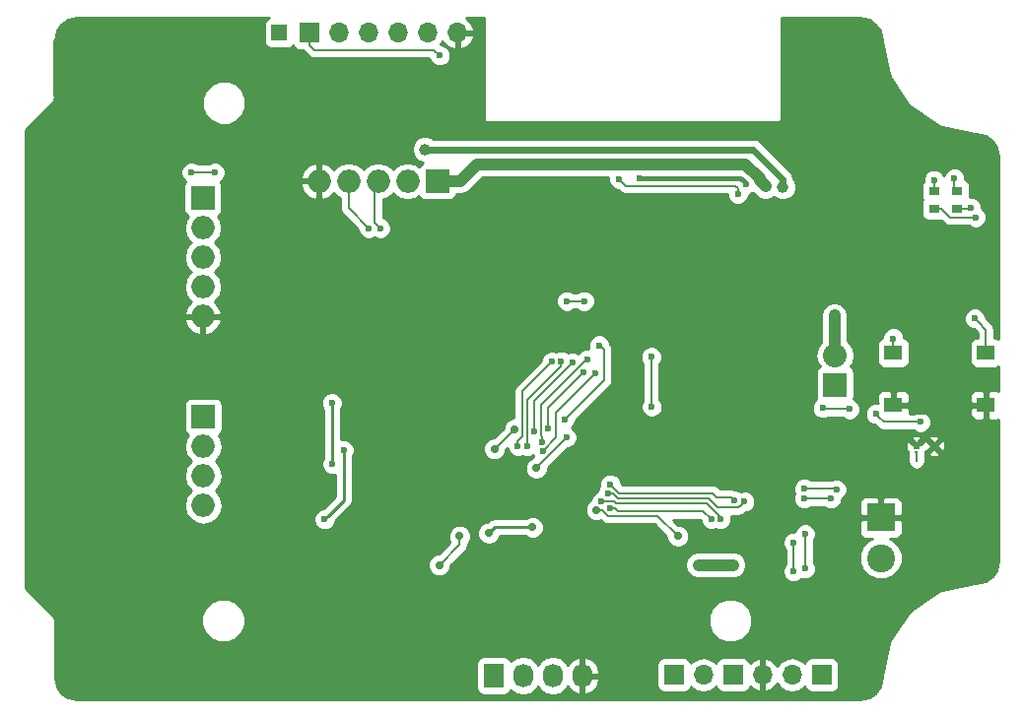
<source format=gbl>
G04 #@! TF.FileFunction,Copper,L2,Bot,Signal*
%FSLAX46Y46*%
G04 Gerber Fmt 4.6, Leading zero omitted, Abs format (unit mm)*
G04 Created by KiCad (PCBNEW 4.0.7) date 2018 November 15, Thursday 00:25:11*
%MOMM*%
%LPD*%
G01*
G04 APERTURE LIST*
%ADD10C,0.050000*%
%ADD11R,0.889000X0.762000*%
%ADD12C,2.400000*%
%ADD13R,2.400000X2.400000*%
%ADD14R,2.032000X2.032000*%
%ADD15O,2.032000X2.032000*%
%ADD16R,1.700000X1.700000*%
%ADD17O,1.700000X1.700000*%
%ADD18R,1.550000X1.300000*%
%ADD19O,1.998980X1.998980*%
%ADD20R,1.998980X1.998980*%
%ADD21C,0.604800*%
%ADD22C,0.609600*%
%ADD23R,1.727200X2.032000*%
%ADD24O,1.727200X2.032000*%
%ADD25R,1.350000X1.350000*%
%ADD26C,0.600000*%
%ADD27C,0.700000*%
%ADD28C,1.000000*%
%ADD29C,0.200000*%
%ADD30C,0.400000*%
%ADD31C,0.800000*%
%ADD32C,0.300000*%
%ADD33C,1.000000*%
%ADD34C,0.250000*%
%ADD35C,0.600000*%
%ADD36C,0.254000*%
G04 APERTURE END LIST*
D10*
D11*
X73240000Y41917000D03*
X73240000Y40393000D03*
X71240000Y41917000D03*
X71240000Y40393000D03*
D12*
X66690000Y10355000D03*
D13*
X66690000Y13855000D03*
D14*
X62750000Y25250000D03*
D15*
X62750000Y27790000D03*
D16*
X61600000Y330000D03*
D17*
X59060000Y330000D03*
D16*
X48900000Y330000D03*
D17*
X51440000Y330000D03*
D18*
X67760000Y23505000D03*
X75710000Y23505000D03*
X67760000Y28005000D03*
X75710000Y28005000D03*
D16*
X53980000Y330000D03*
D17*
X56520000Y330000D03*
D19*
X20960000Y42760000D03*
D20*
X28580000Y42760000D03*
D19*
X26040000Y42760000D03*
X23500000Y42760000D03*
X18420000Y42760000D03*
X8480000Y14880000D03*
D20*
X8480000Y22500000D03*
D19*
X8480000Y19960000D03*
X8480000Y17420000D03*
X8440000Y33680000D03*
D20*
X8440000Y41300000D03*
D19*
X8440000Y38760000D03*
X8440000Y36220000D03*
X8440000Y31140000D03*
D16*
X17610000Y55500000D03*
D17*
X20150000Y55500000D03*
X22690000Y55500000D03*
X25230000Y55500000D03*
X27770000Y55500000D03*
X30310000Y55500000D03*
D21*
X71250000Y20000000D03*
D22*
X69750000Y20000000D03*
D23*
X33420000Y250000D03*
D24*
X35960000Y250000D03*
X38500000Y250000D03*
X41040000Y250000D03*
D25*
X15000000Y55500000D03*
D26*
X60500000Y45250000D03*
X60000000Y46000000D03*
X61000000Y46000000D03*
X61000000Y47000000D03*
X59990000Y47055000D03*
X60000000Y48000000D03*
X61000000Y48000000D03*
X67974982Y39989982D03*
X68974982Y38989982D03*
X64190000Y45005010D03*
X63180232Y45146255D03*
X70690000Y23955000D03*
X69690000Y23955000D03*
D27*
X28500000Y3500000D03*
D28*
X34500000Y5000000D03*
X36750000Y6250000D03*
X36750000Y8250000D03*
X42000000Y2750000D03*
X25250000Y5500000D03*
X26500000Y-500000D03*
X24000000Y-500000D03*
D26*
X44010000Y21305000D03*
D28*
X1695000Y34210000D03*
D26*
X21045000Y8960010D03*
X20045000Y8960010D03*
D28*
X17245000Y37690000D03*
X17245000Y35690000D03*
D26*
X69940000Y38955000D03*
X69940000Y39955000D03*
X67190000Y40955000D03*
X68940000Y39955000D03*
X70190000Y12955000D03*
X69190000Y12955000D03*
X69190000Y13955000D03*
X70190000Y13955000D03*
X70190000Y14955000D03*
X69190000Y14955000D03*
X65190000Y15955000D03*
X66190000Y15955000D03*
X67190000Y15955000D03*
X68190000Y15955000D03*
X69190000Y15955000D03*
X70190000Y15955000D03*
X70190000Y16955000D03*
X69190000Y16955000D03*
X68190000Y16955000D03*
X67190000Y16955000D03*
X66190000Y16955000D03*
X65190000Y16955000D03*
X65190000Y17955000D03*
X66190000Y17955000D03*
X67190000Y17955000D03*
X68190000Y17955000D03*
X68190000Y18955000D03*
X68190000Y19955000D03*
X48500000Y17500000D03*
X53690000Y16955000D03*
X53690000Y17955000D03*
X53690000Y19955000D03*
X48500000Y17500000D03*
X51690000Y12455000D03*
X57690000Y12455000D03*
X57690000Y13455000D03*
X60190000Y18455000D03*
X60190000Y19455000D03*
X54690000Y24955000D03*
X54690000Y27955000D03*
D28*
X55190000Y32455000D03*
X55190000Y34455000D03*
D26*
X20545000Y24190000D03*
X21545000Y23190000D03*
X21045000Y23690000D03*
X24045000Y8690000D03*
X25045000Y8690000D03*
X69690000Y22955000D03*
X72690000Y20755000D03*
X74690000Y19955000D03*
X72690000Y18955000D03*
X72690000Y19955000D03*
X62040000Y36155000D03*
X64040000Y35255000D03*
X63140000Y35255000D03*
X62040000Y35255000D03*
X61140000Y35455000D03*
X60440000Y36155000D03*
X59690000Y40455000D03*
X59690000Y41555000D03*
X60790000Y41555000D03*
X60790000Y40455000D03*
X69500000Y45000000D03*
X68490000Y45755000D03*
X68490000Y45055000D03*
X67490000Y45055000D03*
X67490000Y45755000D03*
X67490000Y46655000D03*
X66190000Y48155000D03*
X75640000Y43055000D03*
X75640000Y36055000D03*
X75590000Y9555000D03*
X73490000Y28755000D03*
X13545000Y22190000D03*
X13545000Y14940000D03*
X70690000Y22955000D03*
D28*
X56777022Y42304957D03*
X51000000Y9750000D03*
X54000000Y9750000D03*
X62690000Y31205000D03*
D26*
X19519990Y23690022D03*
X19545000Y18440000D03*
X73000000Y43000000D03*
X36880890Y21291084D03*
X40190000Y27155004D03*
X74440000Y40455000D03*
X71240000Y42855000D03*
X41470423Y27455078D03*
X37590000Y20355000D03*
X74840000Y39655000D03*
D28*
X58250000Y42250000D03*
X27500000Y45500000D03*
D26*
X43441377Y14657166D03*
X52115078Y13705814D03*
X42700045Y15221096D03*
X52914662Y13679662D03*
X9460000Y43505000D03*
X7460000Y43505000D03*
X60090000Y16355000D03*
X62890000Y16255000D03*
X74750000Y30949990D03*
X67750000Y29250000D03*
X42190000Y26255000D03*
X37640000Y19553544D03*
X66250000Y22750000D03*
X60090000Y15455000D03*
X61690000Y23255000D03*
X63990000Y23155002D03*
X62390012Y15455000D03*
X70090000Y22055000D03*
X42490000Y28655000D03*
X39490000Y22255000D03*
D27*
X35230867Y21438387D03*
X33500000Y19750000D03*
X30500000Y12250000D03*
X28750000Y9750000D03*
X33000000Y12500000D03*
X36750000Y13000000D03*
D26*
X46990000Y23355006D03*
X46955674Y27655011D03*
X38090010Y21541216D03*
X41112665Y26329121D03*
X39209233Y27288477D03*
X36338439Y20005863D03*
X35500000Y20000000D03*
X38409495Y27267555D03*
X23690000Y38705000D03*
X22690000Y38705000D03*
X28790000Y53555000D03*
X54390000Y41654992D03*
X44190000Y42955000D03*
X55120157Y42504957D03*
X45940000Y43005010D03*
X41190000Y32455000D03*
X39690000Y32455000D03*
D27*
X37084627Y18084627D03*
X49250000Y12250000D03*
X42250000Y14500000D03*
D26*
X39665728Y20730728D03*
X18894990Y13689589D03*
X20569998Y19640000D03*
X43440000Y16705000D03*
X54111236Y15304977D03*
X59190000Y9205000D03*
X59190000Y11705000D03*
X60190000Y12455000D03*
X60190000Y9455000D03*
X43215888Y15895132D03*
X54960484Y15204979D03*
D29*
X69750000Y19568948D02*
X69750000Y18715000D01*
X69750000Y19568948D02*
X69690000Y19508948D01*
D30*
X61000000Y46000000D02*
X60000000Y46000000D01*
X59990000Y47055000D02*
X60945000Y47055000D01*
X60945000Y47055000D02*
X61000000Y47000000D01*
X61000000Y48000000D02*
X60000000Y48000000D01*
D29*
X69940000Y38955000D02*
X69009964Y38955000D01*
X69009964Y38955000D02*
X68974982Y38989982D01*
D30*
X69690000Y23955000D02*
X70690000Y23955000D01*
D29*
X70940000Y23705000D02*
X70690000Y23455000D01*
D30*
X8440000Y31140000D02*
X10395000Y31140000D01*
X8440000Y31140000D02*
X6895000Y31140000D01*
X8440000Y29726508D02*
X8445000Y29721508D01*
X8440000Y31140000D02*
X8440000Y29726508D01*
X56520000Y330000D02*
X56520000Y-1415000D01*
X56520000Y330000D02*
X56520000Y1532081D01*
X56520000Y1532081D02*
X56490000Y1562081D01*
D29*
X67190000Y40955000D02*
X67690000Y40955000D01*
X67690000Y40955000D02*
X68690000Y39955000D01*
X66690000Y39955000D02*
X67690000Y39955000D01*
X60190000Y47455000D02*
X60190000Y46955000D01*
X60190000Y46955000D02*
X60690000Y46455000D01*
X69190000Y12955000D02*
X70190000Y12955000D01*
X70190000Y13955000D02*
X69190000Y13955000D01*
X69190000Y14955000D02*
X70190000Y14955000D01*
X66190000Y15955000D02*
X65190000Y15955000D01*
X68190000Y15955000D02*
X67190000Y15955000D01*
X70190000Y15955000D02*
X69190000Y15955000D01*
X70190000Y16955000D02*
X70190000Y15955000D01*
X68190000Y16955000D02*
X69190000Y16955000D01*
X66190000Y16955000D02*
X67190000Y16955000D01*
X65190000Y17955000D02*
X65190000Y16955000D01*
X68190000Y17955000D02*
X67190000Y17955000D01*
X68190000Y19955000D02*
X68190000Y18955000D01*
X53690000Y16955000D02*
X53690000Y17955000D01*
X53690000Y19955000D02*
X53690000Y17955000D01*
D30*
X57690000Y13455000D02*
X57690000Y12455000D01*
X60190000Y19455000D02*
X60190000Y18455000D01*
D31*
X55190000Y34455000D02*
X55190000Y32455000D01*
D30*
X25045000Y8690000D02*
X24045000Y8690000D01*
X69690000Y22955000D02*
X70690000Y22955000D01*
X72690000Y19955000D02*
X72690000Y18955000D01*
D32*
X64040000Y35255000D02*
X62940000Y35255000D01*
X62940000Y35255000D02*
X62040000Y36155000D01*
X62040000Y35255000D02*
X63140000Y35255000D01*
X60440000Y36155000D02*
X61140000Y35455000D01*
X59690000Y41555000D02*
X59690000Y40455000D01*
X60790000Y40455000D02*
X60790000Y41555000D01*
D30*
X68490000Y45755000D02*
X68690000Y45755000D01*
X68690000Y45755000D02*
X69390000Y45055000D01*
X67490000Y45055000D02*
X68490000Y45055000D01*
X67490000Y46655000D02*
X67490000Y45755000D01*
X60690000Y47255000D02*
X60190000Y47255000D01*
X60190000Y47255000D02*
X59990000Y47055000D01*
X60490000Y47955000D02*
X60490000Y47255000D01*
X13545000Y21690000D02*
X13545000Y22190000D01*
X13545000Y14940000D02*
X13545000Y21690000D01*
D29*
X70690000Y23379264D02*
X70690000Y22955000D01*
X70690000Y23455000D02*
X70690000Y23379264D01*
D33*
X56277023Y42804956D02*
X56777022Y42304957D01*
X32024490Y44205000D02*
X55045000Y44205000D01*
X55045000Y44205000D02*
X56277023Y42972977D01*
X30579490Y42760000D02*
X32024490Y44205000D01*
X28580000Y42760000D02*
X30579490Y42760000D01*
X56277023Y42972977D02*
X56277023Y42804956D01*
X54000000Y9750000D02*
X51000000Y9750000D01*
X62690000Y31205000D02*
X62690000Y27850000D01*
X62690000Y27850000D02*
X62750000Y27790000D01*
D34*
X19545000Y23665012D02*
X19519990Y23690022D01*
X19545000Y18440000D02*
X19545000Y23665012D01*
D29*
X73000000Y43000000D02*
X73000000Y42157000D01*
X73000000Y42157000D02*
X73240000Y41917000D01*
X36880890Y21715348D02*
X36880890Y21291084D01*
X40190000Y27155004D02*
X36880890Y23845894D01*
X36880890Y23845894D02*
X36880890Y21715348D01*
X73140000Y42017000D02*
X73240000Y41917000D01*
X73240000Y40393000D02*
X74378000Y40393000D01*
X74378000Y40393000D02*
X74440000Y40455000D01*
X71240000Y41917000D02*
X71240000Y42855000D01*
X40790000Y26855000D02*
X41390000Y27455000D01*
X41390000Y27455000D02*
X41470345Y27455000D01*
X41470345Y27455000D02*
X41470423Y27455078D01*
X37590000Y20355000D02*
X37590000Y20779264D01*
X37590000Y20779264D02*
X37490000Y20879264D01*
X37490000Y20879264D02*
X37490000Y23555000D01*
X37490000Y23555000D02*
X40765736Y26830736D01*
X71240000Y40393000D02*
X71884500Y40393000D01*
X71884500Y40393000D02*
X72622500Y39655000D01*
X72622500Y39655000D02*
X74840000Y39655000D01*
D35*
X58250000Y42957106D02*
X58250000Y42250000D01*
X55707106Y45500000D02*
X58250000Y42957106D01*
X27500000Y45500000D02*
X55707106Y45500000D01*
D29*
X43865641Y14657166D02*
X43441377Y14657166D01*
X44122796Y14400011D02*
X43865641Y14657166D01*
X52115078Y13705814D02*
X51420881Y14400011D01*
X51420881Y14400011D02*
X44122796Y14400011D01*
X43160380Y15257167D02*
X43124309Y15221096D01*
X52914662Y13848938D02*
X51708611Y15054989D01*
X43931556Y15054989D02*
X43729378Y15257167D01*
X43729378Y15257167D02*
X43160380Y15257167D01*
X52914662Y13679662D02*
X52914662Y13848938D01*
X51708611Y15054989D02*
X43931556Y15054989D01*
X43124309Y15221096D02*
X42700045Y15221096D01*
X7460000Y43505000D02*
X9460000Y43505000D01*
X60090000Y16355000D02*
X62790000Y16355000D01*
X62790000Y16355000D02*
X62890000Y16255000D01*
X75710000Y28005000D02*
X75710000Y29989990D01*
X75049999Y30649991D02*
X74750000Y30949990D01*
X75710000Y29989990D02*
X75049999Y30649991D01*
X67750000Y29250000D02*
X67750000Y28015000D01*
X67750000Y28015000D02*
X67760000Y28005000D01*
X38790000Y20703544D02*
X38790000Y22855000D01*
X38790000Y22855000D02*
X41890001Y25955001D01*
X41890001Y25955001D02*
X42190000Y26255000D01*
X37640000Y19553544D02*
X38790000Y20703544D01*
X66549999Y22450001D02*
X66250000Y22750000D01*
X66945000Y22055000D02*
X66549999Y22450001D01*
X70090000Y22055000D02*
X66945000Y22055000D01*
X60090000Y15455000D02*
X62390012Y15455000D01*
X61789998Y23155002D02*
X61690000Y23255000D01*
X63990000Y23155002D02*
X61789998Y23155002D01*
X42889999Y25654999D02*
X42889999Y28255001D01*
X42889999Y28255001D02*
X42789999Y28355001D01*
X42789999Y28355001D02*
X42490000Y28655000D01*
X39490000Y22255000D02*
X42889999Y25654999D01*
X33500000Y19750000D02*
X35188387Y21438387D01*
X35188387Y21438387D02*
X35230867Y21438387D01*
X28750000Y9750000D02*
X30500000Y11500000D01*
X30500000Y11500000D02*
X30500000Y12250000D01*
D34*
X33500000Y13000000D02*
X33349999Y12849999D01*
X36750000Y13000000D02*
X33500000Y13000000D01*
X33349999Y12849999D02*
X33000000Y12500000D01*
D29*
X46955674Y23389332D02*
X46990000Y23355006D01*
X46955674Y27655011D02*
X46955674Y23389332D01*
X40812666Y26029122D02*
X41112665Y26329121D01*
X38090010Y23306466D02*
X40812666Y26029122D01*
X38090010Y21541216D02*
X38090010Y23306466D01*
X36280880Y20487686D02*
X36280880Y23935860D01*
X39209233Y26864213D02*
X39209233Y27288477D01*
X36280880Y23935860D02*
X39209233Y26864213D01*
X36338439Y20005863D02*
X36338439Y20430127D01*
X36338439Y20430127D02*
X36280880Y20487686D01*
X35880869Y24738929D02*
X35880869Y20805133D01*
X38409495Y27267555D02*
X35880869Y24738929D01*
X35500000Y20424264D02*
X35500000Y20000000D01*
X35880869Y20805133D02*
X35500000Y20424264D01*
D34*
X8480000Y19960000D02*
X7775000Y19960000D01*
D29*
X23690000Y38705000D02*
X23190000Y39205000D01*
X23190000Y39205000D02*
X23190000Y42450000D01*
X23190000Y42450000D02*
X23500000Y42760000D01*
X22690000Y38705000D02*
X20960000Y40435000D01*
X20960000Y40435000D02*
X20960000Y42760000D01*
X18005000Y54055000D02*
X28290000Y54055000D01*
X28290000Y54055000D02*
X28790000Y53555000D01*
X17610000Y55500000D02*
X17610000Y54450000D01*
X17610000Y54450000D02*
X18005000Y54055000D01*
X44190000Y42955000D02*
X44790000Y42355000D01*
X54390000Y42155000D02*
X54390000Y41654992D01*
X44790000Y42355000D02*
X54190000Y42355000D01*
X54190000Y42355000D02*
X54390000Y42155000D01*
D30*
X54620104Y43005010D02*
X54820158Y42804956D01*
X54820158Y42804956D02*
X55120157Y42504957D01*
X45940000Y43005010D02*
X54620104Y43005010D01*
D29*
X39690000Y32455000D02*
X41190000Y32455000D01*
X37084627Y18149627D02*
X37084627Y18084627D01*
X39665728Y20730728D02*
X37084627Y18149627D01*
X42250000Y14500000D02*
X42750000Y14500000D01*
X42750000Y14500000D02*
X43250000Y14000000D01*
X43250000Y14000000D02*
X47500000Y14000000D01*
X47500000Y14000000D02*
X49250000Y12250000D01*
D34*
X20569998Y19640000D02*
X20569998Y15364597D01*
X19194989Y13989588D02*
X18894990Y13689589D01*
X20569998Y15364597D02*
X19194989Y13989588D01*
D29*
X43440000Y16705000D02*
X44190000Y15955000D01*
X52540024Y15604976D02*
X53811237Y15604976D01*
X52190000Y15955000D02*
X52540024Y15604976D01*
X53811237Y15604976D02*
X54111236Y15304977D01*
X44190000Y15955000D02*
X52190000Y15955000D01*
X59190000Y9205000D02*
X59190000Y11705000D01*
X43657113Y15895132D02*
X44097245Y15455000D01*
X44097245Y15455000D02*
X51874300Y15455000D01*
X51874300Y15455000D02*
X52624324Y14704976D01*
X52624324Y14704976D02*
X54460481Y14704976D01*
X43215888Y15895132D02*
X43657113Y15895132D01*
X54660485Y14904980D02*
X54960484Y15204979D01*
X54460481Y14704976D02*
X54660485Y14904980D01*
X60190000Y12455000D02*
X60190000Y9455000D01*
D36*
G36*
X14089683Y56778162D02*
X13873559Y56639090D01*
X13728569Y56426890D01*
X13677560Y56175000D01*
X13677560Y54825000D01*
X13721838Y54589683D01*
X13860910Y54373559D01*
X14073110Y54228569D01*
X14325000Y54177560D01*
X15675000Y54177560D01*
X15910317Y54221838D01*
X16126441Y54360910D01*
X16159915Y54409901D01*
X16295910Y54198559D01*
X16508110Y54053569D01*
X16760000Y54002560D01*
X17041979Y54002560D01*
X17090277Y53930277D01*
X17485276Y53535277D01*
X17723728Y53375949D01*
X18005000Y53320000D01*
X27875429Y53320000D01*
X27996883Y53026057D01*
X28259673Y52762808D01*
X28603201Y52620162D01*
X28975167Y52619838D01*
X29318943Y52761883D01*
X29582192Y53024673D01*
X29724838Y53368201D01*
X29725162Y53740167D01*
X29583117Y54083943D01*
X29320327Y54347192D01*
X28976799Y54489838D01*
X28894537Y54489910D01*
X28877548Y54506899D01*
X29047702Y54761553D01*
X29114817Y54618642D01*
X29543076Y54228355D01*
X29953110Y54058524D01*
X30183000Y54179845D01*
X30183000Y55373000D01*
X30437000Y55373000D01*
X30437000Y54179845D01*
X30666890Y54058524D01*
X31076924Y54228355D01*
X31505183Y54618642D01*
X31751486Y55143108D01*
X31630819Y55373000D01*
X30437000Y55373000D01*
X30183000Y55373000D01*
X30163000Y55373000D01*
X30163000Y55627000D01*
X30183000Y55627000D01*
X30183000Y55647000D01*
X30437000Y55647000D01*
X30437000Y55627000D01*
X31630819Y55627000D01*
X31751486Y55856892D01*
X31505183Y56381358D01*
X31076924Y56771645D01*
X31032608Y56790000D01*
X32563000Y56790000D01*
X32563000Y47955000D01*
X32571768Y47908631D01*
X32599123Y47866285D01*
X32640798Y47837918D01*
X32690226Y47828000D01*
X58000226Y47873000D01*
X58046159Y47881685D01*
X58088553Y47908965D01*
X58116994Y47950590D01*
X58127000Y48000000D01*
X58127000Y56790000D01*
X64830350Y56790000D01*
X64856609Y56779123D01*
X65669926Y56617344D01*
X66237862Y56237861D01*
X66617344Y55669926D01*
X66779123Y54856609D01*
X66828161Y54738221D01*
X67374546Y51991360D01*
X67449510Y51810383D01*
X67480561Y51735419D01*
X69106355Y49302245D01*
X69302244Y49106356D01*
X71735419Y47480561D01*
X71991360Y47374546D01*
X74738216Y46828163D01*
X74856609Y46779123D01*
X75669926Y46617344D01*
X76237862Y46237861D01*
X76617344Y45669926D01*
X76779123Y44856609D01*
X76790000Y44830350D01*
X76790000Y29215143D01*
X76736890Y29251431D01*
X76485000Y29302440D01*
X76445000Y29302440D01*
X76445000Y29989990D01*
X76389051Y30271262D01*
X76229723Y30509714D01*
X75685092Y31054345D01*
X75685162Y31135157D01*
X75543117Y31478933D01*
X75280327Y31742182D01*
X74936799Y31884828D01*
X74564833Y31885152D01*
X74221057Y31743107D01*
X73957808Y31480317D01*
X73815162Y31136789D01*
X73814838Y30764823D01*
X73956883Y30421047D01*
X74219673Y30157798D01*
X74563201Y30015152D01*
X74645463Y30015080D01*
X74975000Y29685543D01*
X74975000Y29302440D01*
X74935000Y29302440D01*
X74699683Y29258162D01*
X74483559Y29119090D01*
X74338569Y28906890D01*
X74287560Y28655000D01*
X74287560Y27355000D01*
X74331838Y27119683D01*
X74470910Y26903559D01*
X74683110Y26758569D01*
X74935000Y26707560D01*
X76485000Y26707560D01*
X76720317Y26751838D01*
X76790000Y26796678D01*
X76790000Y24715984D01*
X76611309Y24790000D01*
X75995750Y24790000D01*
X75837000Y24631250D01*
X75837000Y23632000D01*
X75857000Y23632000D01*
X75857000Y23378000D01*
X75837000Y23378000D01*
X75837000Y22378750D01*
X75995750Y22220000D01*
X76611309Y22220000D01*
X76790000Y22294016D01*
X76790000Y10169650D01*
X76779123Y10143391D01*
X76617344Y9330074D01*
X76237862Y8762139D01*
X75669926Y8382656D01*
X74856609Y8220877D01*
X74738216Y8171837D01*
X71991360Y7625454D01*
X71735419Y7519439D01*
X69302244Y5893644D01*
X69106355Y5697755D01*
X67480561Y3264581D01*
X67480561Y3264580D01*
X67374546Y3008640D01*
X66828161Y261779D01*
X66779123Y143391D01*
X66617344Y-669926D01*
X66237862Y-1237861D01*
X65669926Y-1617344D01*
X64856609Y-1779123D01*
X64830350Y-1790000D01*
X-2330350Y-1790000D01*
X-2356609Y-1779123D01*
X-3169926Y-1617344D01*
X-3737861Y-1237862D01*
X-4117344Y-669926D01*
X-4265000Y72390D01*
X-4265000Y1266000D01*
X31908960Y1266000D01*
X31908960Y-766000D01*
X31953238Y-1001317D01*
X32092310Y-1217441D01*
X32304510Y-1362431D01*
X32556400Y-1413440D01*
X34283600Y-1413440D01*
X34518917Y-1369162D01*
X34735041Y-1230090D01*
X34880031Y-1017890D01*
X34888400Y-976561D01*
X34900330Y-994415D01*
X35386511Y-1319271D01*
X35960000Y-1433345D01*
X36533489Y-1319271D01*
X37019670Y-994415D01*
X37230000Y-679634D01*
X37440330Y-994415D01*
X37926511Y-1319271D01*
X38500000Y-1433345D01*
X39073489Y-1319271D01*
X39559670Y-994415D01*
X39766461Y-684931D01*
X40137964Y-1100732D01*
X40665209Y-1354709D01*
X40680974Y-1357358D01*
X40913000Y-1236217D01*
X40913000Y123000D01*
X41167000Y123000D01*
X41167000Y-1236217D01*
X41399026Y-1357358D01*
X41414791Y-1354709D01*
X41942036Y-1100732D01*
X42331954Y-664320D01*
X42525184Y-111913D01*
X42380924Y123000D01*
X41167000Y123000D01*
X40913000Y123000D01*
X40893000Y123000D01*
X40893000Y377000D01*
X40913000Y377000D01*
X40913000Y1736217D01*
X41167000Y1736217D01*
X41167000Y377000D01*
X42380924Y377000D01*
X42525184Y611913D01*
X42331954Y1164320D01*
X42317945Y1180000D01*
X47402560Y1180000D01*
X47402560Y-520000D01*
X47446838Y-755317D01*
X47585910Y-971441D01*
X47798110Y-1116431D01*
X48050000Y-1167440D01*
X49750000Y-1167440D01*
X49985317Y-1123162D01*
X50201441Y-984090D01*
X50346431Y-771890D01*
X50360086Y-704459D01*
X50389946Y-749147D01*
X50871715Y-1071054D01*
X51440000Y-1184093D01*
X52008285Y-1071054D01*
X52490054Y-749147D01*
X52517850Y-707548D01*
X52526838Y-755317D01*
X52665910Y-971441D01*
X52878110Y-1116431D01*
X53130000Y-1167440D01*
X54830000Y-1167440D01*
X55065317Y-1123162D01*
X55281441Y-984090D01*
X55426431Y-771890D01*
X55448301Y-663893D01*
X55753076Y-941645D01*
X56163110Y-1111476D01*
X56393000Y-990155D01*
X56393000Y203000D01*
X56373000Y203000D01*
X56373000Y457000D01*
X56393000Y457000D01*
X56393000Y1650155D01*
X56647000Y1650155D01*
X56647000Y457000D01*
X56667000Y457000D01*
X56667000Y203000D01*
X56647000Y203000D01*
X56647000Y-990155D01*
X56876890Y-1111476D01*
X57286924Y-941645D01*
X57715183Y-551358D01*
X57782298Y-408447D01*
X58009946Y-749147D01*
X58491715Y-1071054D01*
X59060000Y-1184093D01*
X59628285Y-1071054D01*
X60110054Y-749147D01*
X60137850Y-707548D01*
X60146838Y-755317D01*
X60285910Y-971441D01*
X60498110Y-1116431D01*
X60750000Y-1167440D01*
X62450000Y-1167440D01*
X62685317Y-1123162D01*
X62901441Y-984090D01*
X63046431Y-771890D01*
X63097440Y-520000D01*
X63097440Y1180000D01*
X63053162Y1415317D01*
X62914090Y1631441D01*
X62701890Y1776431D01*
X62450000Y1827440D01*
X60750000Y1827440D01*
X60514683Y1783162D01*
X60298559Y1644090D01*
X60153569Y1431890D01*
X60139914Y1364459D01*
X60110054Y1409147D01*
X59628285Y1731054D01*
X59060000Y1844093D01*
X58491715Y1731054D01*
X58009946Y1409147D01*
X57782298Y1068447D01*
X57715183Y1211358D01*
X57286924Y1601645D01*
X56876890Y1771476D01*
X56647000Y1650155D01*
X56393000Y1650155D01*
X56163110Y1771476D01*
X55753076Y1601645D01*
X55450063Y1325499D01*
X55433162Y1415317D01*
X55294090Y1631441D01*
X55081890Y1776431D01*
X54830000Y1827440D01*
X53130000Y1827440D01*
X52894683Y1783162D01*
X52678559Y1644090D01*
X52533569Y1431890D01*
X52519914Y1364459D01*
X52490054Y1409147D01*
X52008285Y1731054D01*
X51440000Y1844093D01*
X50871715Y1731054D01*
X50389946Y1409147D01*
X50362150Y1367548D01*
X50353162Y1415317D01*
X50214090Y1631441D01*
X50001890Y1776431D01*
X49750000Y1827440D01*
X48050000Y1827440D01*
X47814683Y1783162D01*
X47598559Y1644090D01*
X47453569Y1431890D01*
X47402560Y1180000D01*
X42317945Y1180000D01*
X41942036Y1600732D01*
X41414791Y1854709D01*
X41399026Y1857358D01*
X41167000Y1736217D01*
X40913000Y1736217D01*
X40680974Y1857358D01*
X40665209Y1854709D01*
X40137964Y1600732D01*
X39766461Y1184931D01*
X39559670Y1494415D01*
X39073489Y1819271D01*
X38500000Y1933345D01*
X37926511Y1819271D01*
X37440330Y1494415D01*
X37230000Y1179634D01*
X37019670Y1494415D01*
X36533489Y1819271D01*
X35960000Y1933345D01*
X35386511Y1819271D01*
X34900330Y1494415D01*
X34890757Y1480087D01*
X34886762Y1501317D01*
X34747690Y1717441D01*
X34535490Y1862431D01*
X34283600Y1913440D01*
X32556400Y1913440D01*
X32321083Y1869162D01*
X32104959Y1730090D01*
X31959969Y1517890D01*
X31908960Y1266000D01*
X-4265000Y1266000D01*
X-4265000Y4626695D01*
X8304674Y4626695D01*
X8591043Y3933628D01*
X9120839Y3402907D01*
X9813405Y3115328D01*
X10563305Y3114674D01*
X11256372Y3401043D01*
X11787093Y3930839D01*
X12074672Y4623405D01*
X12074674Y4626695D01*
X51864674Y4626695D01*
X52151043Y3933628D01*
X52680839Y3402907D01*
X53373405Y3115328D01*
X54123305Y3114674D01*
X54816372Y3401043D01*
X55347093Y3930839D01*
X55634672Y4623405D01*
X55635326Y5373305D01*
X55348957Y6066372D01*
X54819161Y6597093D01*
X54126595Y6884672D01*
X53376695Y6885326D01*
X52683628Y6598957D01*
X52152907Y6069161D01*
X51865328Y5376595D01*
X51864674Y4626695D01*
X12074674Y4626695D01*
X12075326Y5373305D01*
X11788957Y6066372D01*
X11259161Y6597093D01*
X10566595Y6884672D01*
X9816695Y6885326D01*
X9123628Y6598957D01*
X8592907Y6069161D01*
X8305328Y5376595D01*
X8304674Y4626695D01*
X-4265000Y4626695D01*
X-4265000Y5000000D01*
X-4320949Y5281272D01*
X-4480276Y5519723D01*
X-6765000Y7804446D01*
X-6765000Y9554931D01*
X27764830Y9554931D01*
X27914471Y9192771D01*
X28191314Y8915445D01*
X28553212Y8765172D01*
X28945069Y8764830D01*
X29307229Y8914471D01*
X29584555Y9191314D01*
X29723206Y9525225D01*
X49864803Y9525225D01*
X50037233Y9107914D01*
X50356235Y8788355D01*
X50773244Y8615197D01*
X51224775Y8614803D01*
X51225252Y8615000D01*
X53999009Y8615000D01*
X54224775Y8614803D01*
X54642086Y8787233D01*
X54961645Y9106235D01*
X55134803Y9523244D01*
X55135197Y9974775D01*
X54962767Y10392086D01*
X54643765Y10711645D01*
X54226756Y10884803D01*
X53775225Y10885197D01*
X53774748Y10885000D01*
X51000990Y10885000D01*
X50775225Y10885197D01*
X50357914Y10712767D01*
X50038355Y10393765D01*
X49865197Y9976756D01*
X49864803Y9525225D01*
X29723206Y9525225D01*
X29734828Y9553212D01*
X29734952Y9695506D01*
X31019724Y10980277D01*
X31179051Y11218728D01*
X31235000Y11500000D01*
X31235000Y11591932D01*
X31334555Y11691314D01*
X31484828Y12053212D01*
X31485047Y12304931D01*
X32014830Y12304931D01*
X32164471Y11942771D01*
X32441314Y11665445D01*
X32803212Y11515172D01*
X33195069Y11514830D01*
X33557229Y11664471D01*
X33834555Y11941314D01*
X33958580Y12240000D01*
X36116889Y12240000D01*
X36191314Y12165445D01*
X36553212Y12015172D01*
X36945069Y12014830D01*
X37307229Y12164471D01*
X37584555Y12441314D01*
X37734828Y12803212D01*
X37735170Y13195069D01*
X37585529Y13557229D01*
X37308686Y13834555D01*
X36946788Y13984828D01*
X36554931Y13985170D01*
X36192771Y13835529D01*
X36117110Y13760000D01*
X33500000Y13760000D01*
X33292514Y13718728D01*
X33209160Y13702148D01*
X32962599Y13537401D01*
X32910276Y13485078D01*
X32804931Y13485170D01*
X32442771Y13335529D01*
X32165445Y13058686D01*
X32015172Y12696788D01*
X32014830Y12304931D01*
X31485047Y12304931D01*
X31485170Y12445069D01*
X31335529Y12807229D01*
X31058686Y13084555D01*
X30696788Y13234828D01*
X30304931Y13235170D01*
X29942771Y13085529D01*
X29665445Y12808686D01*
X29515172Y12446788D01*
X29514830Y12054931D01*
X29661212Y11700659D01*
X28695601Y10735047D01*
X28554931Y10735170D01*
X28192771Y10585529D01*
X27915445Y10308686D01*
X27765172Y9946788D01*
X27764830Y9554931D01*
X-6765000Y9554931D01*
X-6765000Y23499490D01*
X6833070Y23499490D01*
X6833070Y21500510D01*
X6877348Y21265193D01*
X7016420Y21049069D01*
X7182473Y20935610D01*
X6969928Y20617514D01*
X6845510Y19992022D01*
X6845510Y19927978D01*
X6969928Y19302486D01*
X7324241Y18772219D01*
X7447290Y18690000D01*
X7324241Y18607781D01*
X6969928Y18077514D01*
X6845510Y17452022D01*
X6845510Y17387978D01*
X6969928Y16762486D01*
X7324241Y16232219D01*
X7447290Y16150000D01*
X7324241Y16067781D01*
X6969928Y15537514D01*
X6845510Y14912022D01*
X6845510Y14847978D01*
X6969928Y14222486D01*
X7324241Y13692219D01*
X7854508Y13337906D01*
X8480000Y13213488D01*
X9105492Y13337906D01*
X9354700Y13504422D01*
X17959828Y13504422D01*
X18101873Y13160646D01*
X18364663Y12897397D01*
X18708191Y12754751D01*
X19080157Y12754427D01*
X19423933Y12896472D01*
X19687182Y13159262D01*
X19829828Y13502790D01*
X19829869Y13549666D01*
X20585134Y14304931D01*
X41264830Y14304931D01*
X41414471Y13942771D01*
X41691314Y13665445D01*
X42053212Y13515172D01*
X42445069Y13514830D01*
X42622437Y13588117D01*
X42730277Y13480276D01*
X42968728Y13320949D01*
X43250000Y13265000D01*
X47195554Y13265000D01*
X48264953Y12195600D01*
X48264830Y12054931D01*
X48414471Y11692771D01*
X48691314Y11415445D01*
X49053212Y11265172D01*
X49445069Y11264830D01*
X49807229Y11414471D01*
X49912774Y11519833D01*
X58254838Y11519833D01*
X58396883Y11176057D01*
X58455000Y11117838D01*
X58455000Y9792419D01*
X58397808Y9735327D01*
X58255162Y9391799D01*
X58254838Y9019833D01*
X58396883Y8676057D01*
X58659673Y8412808D01*
X59003201Y8270162D01*
X59375167Y8269838D01*
X59718943Y8411883D01*
X59879052Y8571713D01*
X60003201Y8520162D01*
X60375167Y8519838D01*
X60718943Y8661883D01*
X60982192Y8924673D01*
X61124838Y9268201D01*
X61125162Y9640167D01*
X60983117Y9983943D01*
X60975477Y9991597D01*
X64854682Y9991597D01*
X65133455Y9316914D01*
X65649199Y8800270D01*
X66323395Y8520319D01*
X67053403Y8519682D01*
X67728086Y8798455D01*
X68244730Y9314199D01*
X68524681Y9988395D01*
X68525318Y10718403D01*
X68246545Y11393086D01*
X67730801Y11909730D01*
X67465242Y12020000D01*
X68016310Y12020000D01*
X68249699Y12116673D01*
X68428327Y12295302D01*
X68525000Y12528691D01*
X68525000Y13569250D01*
X68366250Y13728000D01*
X66817000Y13728000D01*
X66817000Y13708000D01*
X66563000Y13708000D01*
X66563000Y13728000D01*
X65013750Y13728000D01*
X64855000Y13569250D01*
X64855000Y12528691D01*
X64951673Y12295302D01*
X65130301Y12116673D01*
X65363690Y12020000D01*
X65914395Y12020000D01*
X65651914Y11911545D01*
X65135270Y11395801D01*
X64855319Y10721605D01*
X64854682Y9991597D01*
X60975477Y9991597D01*
X60925000Y10042162D01*
X60925000Y11867581D01*
X60982192Y11924673D01*
X61124838Y12268201D01*
X61125162Y12640167D01*
X60983117Y12983943D01*
X60720327Y13247192D01*
X60376799Y13389838D01*
X60004833Y13390162D01*
X59661057Y13248117D01*
X59397808Y12985327D01*
X59255162Y12641799D01*
X59255160Y12639944D01*
X59004833Y12640162D01*
X58661057Y12498117D01*
X58397808Y12235327D01*
X58255162Y11891799D01*
X58254838Y11519833D01*
X49912774Y11519833D01*
X50084555Y11691314D01*
X50234828Y12053212D01*
X50235170Y12445069D01*
X50085529Y12807229D01*
X49808686Y13084555D01*
X49446788Y13234828D01*
X49304495Y13234952D01*
X48874435Y13665011D01*
X51116435Y13665011D01*
X51179986Y13601459D01*
X51179916Y13520647D01*
X51321961Y13176871D01*
X51584751Y12913622D01*
X51928279Y12770976D01*
X52300245Y12770652D01*
X52483405Y12846332D01*
X52727863Y12744824D01*
X53099829Y12744500D01*
X53443605Y12886545D01*
X53706854Y13149335D01*
X53849500Y13492863D01*
X53849824Y13864829D01*
X53806378Y13969976D01*
X54460481Y13969976D01*
X54741753Y14025925D01*
X54980204Y14185253D01*
X55064839Y14269887D01*
X55145651Y14269817D01*
X55489427Y14411862D01*
X55752676Y14674652D01*
X55895322Y15018180D01*
X55895646Y15390146D01*
X55753601Y15733922D01*
X55490811Y15997171D01*
X55147283Y16139817D01*
X54775317Y16140141D01*
X54650252Y16088465D01*
X54641563Y16097169D01*
X54466570Y16169833D01*
X59154838Y16169833D01*
X59264359Y15904772D01*
X59155162Y15641799D01*
X59154838Y15269833D01*
X59296883Y14926057D01*
X59559673Y14662808D01*
X59903201Y14520162D01*
X60275167Y14519838D01*
X60618943Y14661883D01*
X60677162Y14720000D01*
X61802593Y14720000D01*
X61859685Y14662808D01*
X62203213Y14520162D01*
X62575179Y14519838D01*
X62918955Y14661883D01*
X63182204Y14924673D01*
X63288769Y15181309D01*
X64855000Y15181309D01*
X64855000Y14140750D01*
X65013750Y13982000D01*
X66563000Y13982000D01*
X66563000Y15531250D01*
X66817000Y15531250D01*
X66817000Y13982000D01*
X68366250Y13982000D01*
X68525000Y14140750D01*
X68525000Y15181309D01*
X68428327Y15414698D01*
X68249699Y15593327D01*
X68016310Y15690000D01*
X66975750Y15690000D01*
X66817000Y15531250D01*
X66563000Y15531250D01*
X66404250Y15690000D01*
X65363690Y15690000D01*
X65130301Y15593327D01*
X64951673Y15414698D01*
X64855000Y15181309D01*
X63288769Y15181309D01*
X63324850Y15268201D01*
X63324985Y15423060D01*
X63418943Y15461883D01*
X63682192Y15724673D01*
X63824838Y16068201D01*
X63825162Y16440167D01*
X63683117Y16783943D01*
X63420327Y17047192D01*
X63076799Y17189838D01*
X62704833Y17190162D01*
X62462422Y17090000D01*
X60677419Y17090000D01*
X60620327Y17147192D01*
X60276799Y17289838D01*
X59904833Y17290162D01*
X59561057Y17148117D01*
X59297808Y16885327D01*
X59155162Y16541799D01*
X59154838Y16169833D01*
X54466570Y16169833D01*
X54298035Y16239815D01*
X54158495Y16239937D01*
X54092509Y16284027D01*
X53811237Y16339976D01*
X52844470Y16339976D01*
X52709723Y16474723D01*
X52471272Y16634051D01*
X52460106Y16636272D01*
X52190000Y16690000D01*
X44494447Y16690000D01*
X44375092Y16809355D01*
X44375162Y16890167D01*
X44233117Y17233943D01*
X43970327Y17497192D01*
X43626799Y17639838D01*
X43254833Y17640162D01*
X42911057Y17498117D01*
X42647808Y17235327D01*
X42505162Y16891799D01*
X42504838Y16519833D01*
X42508750Y16510365D01*
X42423696Y16425459D01*
X42281050Y16081931D01*
X42281031Y16059634D01*
X42171102Y16014213D01*
X41907853Y15751423D01*
X41765207Y15407895D01*
X41765170Y15365444D01*
X41692771Y15335529D01*
X41415445Y15058686D01*
X41265172Y14696788D01*
X41264830Y14304931D01*
X20585134Y14304931D01*
X21107399Y14827196D01*
X21272146Y15073757D01*
X21329998Y15364597D01*
X21329998Y19077537D01*
X21362190Y19109673D01*
X21504836Y19453201D01*
X21504924Y19554931D01*
X32514830Y19554931D01*
X32664471Y19192771D01*
X32941314Y18915445D01*
X33303212Y18765172D01*
X33695069Y18764830D01*
X34057229Y18914471D01*
X34334555Y19191314D01*
X34484828Y19553212D01*
X34484952Y19695506D01*
X34576370Y19786924D01*
X34706883Y19471057D01*
X34969673Y19207808D01*
X35313201Y19065162D01*
X35685167Y19064838D01*
X35926448Y19164533D01*
X36151640Y19071025D01*
X36523606Y19070701D01*
X36783469Y19178074D01*
X36837155Y19048145D01*
X36527398Y18920156D01*
X36250072Y18643313D01*
X36099799Y18281415D01*
X36099457Y17889558D01*
X36249098Y17527398D01*
X36525941Y17250072D01*
X36887839Y17099799D01*
X37279696Y17099457D01*
X37641856Y17249098D01*
X37919182Y17525941D01*
X38069455Y17887839D01*
X38069636Y18095190D01*
X39770083Y19795636D01*
X39850895Y19795566D01*
X40194671Y19937611D01*
X40355566Y20098226D01*
X68796835Y20098226D01*
X68831801Y19725989D01*
X68906980Y19544490D01*
X68961360Y19540918D01*
X68955001Y19508948D01*
X69010949Y19227676D01*
X69015000Y19221613D01*
X69015000Y18715000D01*
X69070949Y18433728D01*
X69230277Y18195277D01*
X69468728Y18035949D01*
X69750000Y17980000D01*
X70031272Y18035949D01*
X70269723Y18195277D01*
X70429051Y18433728D01*
X70485000Y18715000D01*
X70485000Y19353823D01*
X70783428Y19353823D01*
X70795942Y19158978D01*
X71152351Y19049236D01*
X71523625Y19084240D01*
X71704058Y19158978D01*
X71716572Y19353823D01*
X71250000Y19820395D01*
X70783428Y19353823D01*
X70485000Y19353823D01*
X70485000Y19383402D01*
X70515603Y19414005D01*
X70485000Y19444608D01*
X70485000Y19537395D01*
X70513208Y19539248D01*
X70603823Y19533428D01*
X71070395Y20000000D01*
X71429605Y20000000D01*
X71896177Y19533428D01*
X72091022Y19545942D01*
X72200764Y19902351D01*
X72165760Y20273625D01*
X72091022Y20454058D01*
X71896177Y20466572D01*
X71429605Y20000000D01*
X71070395Y20000000D01*
X70603823Y20466572D01*
X70513208Y20460752D01*
X70397929Y20468324D01*
X70118992Y20189387D01*
X70031272Y20247999D01*
X70016994Y20250839D01*
X69853713Y20283318D01*
X70216572Y20646177D01*
X70783428Y20646177D01*
X71250000Y20179605D01*
X71716572Y20646177D01*
X71704058Y20841022D01*
X71347649Y20950764D01*
X70976375Y20915760D01*
X70795942Y20841022D01*
X70783428Y20646177D01*
X70216572Y20646177D01*
X70218324Y20647929D01*
X70205510Y20843020D01*
X69848226Y20953165D01*
X69475989Y20918199D01*
X69294490Y20843020D01*
X69281676Y20647929D01*
X69646287Y20283318D01*
X69483006Y20250839D01*
X69468728Y20247999D01*
X69381008Y20189387D01*
X69102071Y20468324D01*
X68906980Y20455510D01*
X68796835Y20098226D01*
X40355566Y20098226D01*
X40457920Y20200401D01*
X40600566Y20543929D01*
X40600890Y20915895D01*
X40458845Y21259671D01*
X40196055Y21522920D01*
X40114154Y21556928D01*
X40282192Y21724673D01*
X40424838Y22068201D01*
X40424910Y22150464D01*
X43409723Y25135276D01*
X43569050Y25373727D01*
X43624999Y25654999D01*
X43624999Y27469844D01*
X46020512Y27469844D01*
X46162557Y27126068D01*
X46220674Y27067849D01*
X46220674Y23908159D01*
X46197808Y23885333D01*
X46055162Y23541805D01*
X46054838Y23169839D01*
X46196883Y22826063D01*
X46459673Y22562814D01*
X46803201Y22420168D01*
X47175167Y22419844D01*
X47518943Y22561889D01*
X47782192Y22824679D01*
X47883989Y23069833D01*
X60754838Y23069833D01*
X60896883Y22726057D01*
X61159673Y22462808D01*
X61503201Y22320162D01*
X61875167Y22319838D01*
X62117583Y22420002D01*
X63402581Y22420002D01*
X63459673Y22362810D01*
X63803201Y22220164D01*
X64175167Y22219840D01*
X64518943Y22361885D01*
X64722245Y22564833D01*
X65314838Y22564833D01*
X65456883Y22221057D01*
X65719673Y21957808D01*
X66063201Y21815162D01*
X66145463Y21815090D01*
X66425277Y21535276D01*
X66613098Y21409779D01*
X66663728Y21375949D01*
X66945000Y21320000D01*
X69502581Y21320000D01*
X69559673Y21262808D01*
X69903201Y21120162D01*
X70275167Y21119838D01*
X70618943Y21261883D01*
X70882192Y21524673D01*
X71024838Y21868201D01*
X71025162Y22240167D01*
X70883117Y22583943D01*
X70620327Y22847192D01*
X70276799Y22989838D01*
X69904833Y22990162D01*
X69561057Y22848117D01*
X69502838Y22790000D01*
X69170000Y22790000D01*
X69170000Y23219250D01*
X74300000Y23219250D01*
X74300000Y22728690D01*
X74396673Y22495301D01*
X74575302Y22316673D01*
X74808691Y22220000D01*
X75424250Y22220000D01*
X75583000Y22378750D01*
X75583000Y23378000D01*
X74458750Y23378000D01*
X74300000Y23219250D01*
X69170000Y23219250D01*
X69011250Y23378000D01*
X67887000Y23378000D01*
X67887000Y23358000D01*
X67633000Y23358000D01*
X67633000Y23378000D01*
X67613000Y23378000D01*
X67613000Y23632000D01*
X67633000Y23632000D01*
X67633000Y24631250D01*
X67887000Y24631250D01*
X67887000Y23632000D01*
X69011250Y23632000D01*
X69170000Y23790750D01*
X69170000Y24281310D01*
X74300000Y24281310D01*
X74300000Y23790750D01*
X74458750Y23632000D01*
X75583000Y23632000D01*
X75583000Y24631250D01*
X75424250Y24790000D01*
X74808691Y24790000D01*
X74575302Y24693327D01*
X74396673Y24514699D01*
X74300000Y24281310D01*
X69170000Y24281310D01*
X69073327Y24514699D01*
X68894698Y24693327D01*
X68661309Y24790000D01*
X68045750Y24790000D01*
X67887000Y24631250D01*
X67633000Y24631250D01*
X67474250Y24790000D01*
X66858691Y24790000D01*
X66625302Y24693327D01*
X66446673Y24514699D01*
X66350000Y24281310D01*
X66350000Y23790750D01*
X66469484Y23671266D01*
X66436799Y23684838D01*
X66064833Y23685162D01*
X65721057Y23543117D01*
X65457808Y23280327D01*
X65315162Y22936799D01*
X65314838Y22564833D01*
X64722245Y22564833D01*
X64782192Y22624675D01*
X64924838Y22968203D01*
X64925162Y23340169D01*
X64783117Y23683945D01*
X64520327Y23947194D01*
X64368156Y24010381D01*
X64413440Y24234000D01*
X64413440Y26266000D01*
X64369162Y26501317D01*
X64230090Y26717441D01*
X64081163Y26819198D01*
X64307670Y27158190D01*
X64433345Y27790000D01*
X64307670Y28421810D01*
X64151858Y28655000D01*
X66337560Y28655000D01*
X66337560Y27355000D01*
X66381838Y27119683D01*
X66520910Y26903559D01*
X66733110Y26758569D01*
X66985000Y26707560D01*
X68535000Y26707560D01*
X68770317Y26751838D01*
X68986441Y26890910D01*
X69131431Y27103110D01*
X69182440Y27355000D01*
X69182440Y28655000D01*
X69138162Y28890317D01*
X68999090Y29106441D01*
X68786890Y29251431D01*
X68685020Y29272060D01*
X68685162Y29435167D01*
X68543117Y29778943D01*
X68280327Y30042192D01*
X67936799Y30184838D01*
X67564833Y30185162D01*
X67221057Y30043117D01*
X66957808Y29780327D01*
X66815162Y29436799D01*
X66815017Y29270455D01*
X66749683Y29258162D01*
X66533559Y29119090D01*
X66388569Y28906890D01*
X66337560Y28655000D01*
X64151858Y28655000D01*
X63949778Y28957433D01*
X63825000Y29040807D01*
X63825000Y31204010D01*
X63825197Y31429775D01*
X63652767Y31847086D01*
X63333765Y32166645D01*
X62916756Y32339803D01*
X62465225Y32340197D01*
X62047914Y32167767D01*
X61728355Y31848765D01*
X61555197Y31431756D01*
X61554803Y30980225D01*
X61555000Y30979748D01*
X61555000Y28960626D01*
X61550222Y28957433D01*
X61192330Y28421810D01*
X61066655Y27790000D01*
X61192330Y27158190D01*
X61419499Y26818208D01*
X61282559Y26730090D01*
X61137569Y26517890D01*
X61086560Y26266000D01*
X61086560Y24234000D01*
X61127786Y24014904D01*
X60897808Y23785327D01*
X60755162Y23441799D01*
X60754838Y23069833D01*
X47883989Y23069833D01*
X47924838Y23168207D01*
X47925162Y23540173D01*
X47783117Y23883949D01*
X47690674Y23976553D01*
X47690674Y27067592D01*
X47747866Y27124684D01*
X47890512Y27468212D01*
X47890836Y27840178D01*
X47748791Y28183954D01*
X47486001Y28447203D01*
X47142473Y28589849D01*
X46770507Y28590173D01*
X46426731Y28448128D01*
X46163482Y28185338D01*
X46020836Y27841810D01*
X46020512Y27469844D01*
X43624999Y27469844D01*
X43624999Y28255001D01*
X43569050Y28536273D01*
X43502232Y28636273D01*
X43425085Y28751733D01*
X43425162Y28840167D01*
X43283117Y29183943D01*
X43020327Y29447192D01*
X42676799Y29589838D01*
X42304833Y29590162D01*
X41961057Y29448117D01*
X41697808Y29185327D01*
X41555162Y28841799D01*
X41554838Y28469833D01*
X41587834Y28389976D01*
X41285256Y28390240D01*
X40941480Y28248195D01*
X40678231Y27985405D01*
X40670889Y27967724D01*
X40376799Y28089842D01*
X40004833Y28090166D01*
X39810313Y28009792D01*
X39739560Y28080669D01*
X39396032Y28223315D01*
X39024066Y28223639D01*
X38784005Y28124448D01*
X38596294Y28202393D01*
X38224328Y28202717D01*
X37880552Y28060672D01*
X37617303Y27797882D01*
X37474657Y27454354D01*
X37474585Y27372092D01*
X35361146Y25258652D01*
X35201818Y25020201D01*
X35145869Y24738929D01*
X35145869Y22423461D01*
X35035798Y22423557D01*
X34673638Y22273916D01*
X34396312Y21997073D01*
X34246039Y21635175D01*
X34245952Y21535399D01*
X33445601Y20735047D01*
X33304931Y20735170D01*
X32942771Y20585529D01*
X32665445Y20308686D01*
X32515172Y19946788D01*
X32514830Y19554931D01*
X21504924Y19554931D01*
X21505160Y19825167D01*
X21363115Y20168943D01*
X21100325Y20432192D01*
X20756797Y20574838D01*
X20384831Y20575162D01*
X20305000Y20542177D01*
X20305000Y23152526D01*
X20312182Y23159695D01*
X20454828Y23503223D01*
X20455152Y23875189D01*
X20313107Y24218965D01*
X20050317Y24482214D01*
X19706789Y24624860D01*
X19334823Y24625184D01*
X18991047Y24483139D01*
X18727798Y24220349D01*
X18585152Y23876821D01*
X18584828Y23504855D01*
X18726873Y23161079D01*
X18785000Y23102850D01*
X18785000Y19002463D01*
X18752808Y18970327D01*
X18610162Y18626799D01*
X18609838Y18254833D01*
X18751883Y17911057D01*
X19014673Y17647808D01*
X19358201Y17505162D01*
X19730167Y17504838D01*
X19809998Y17537823D01*
X19809998Y15679399D01*
X18755310Y14624711D01*
X18709823Y14624751D01*
X18366047Y14482706D01*
X18102798Y14219916D01*
X17960152Y13876388D01*
X17959828Y13504422D01*
X9354700Y13504422D01*
X9635759Y13692219D01*
X9990072Y14222486D01*
X10114490Y14847978D01*
X10114490Y14912022D01*
X9990072Y15537514D01*
X9635759Y16067781D01*
X9512710Y16150000D01*
X9635759Y16232219D01*
X9990072Y16762486D01*
X10114490Y17387978D01*
X10114490Y17452022D01*
X9990072Y18077514D01*
X9635759Y18607781D01*
X9512710Y18690000D01*
X9635759Y18772219D01*
X9990072Y19302486D01*
X10114490Y19927978D01*
X10114490Y19992022D01*
X9990072Y20617514D01*
X9776547Y20937077D01*
X9930931Y21036420D01*
X10075921Y21248620D01*
X10126930Y21500510D01*
X10126930Y23499490D01*
X10082652Y23734807D01*
X9943580Y23950931D01*
X9731380Y24095921D01*
X9479490Y24146930D01*
X7480510Y24146930D01*
X7245193Y24102652D01*
X7029069Y23963580D01*
X6884079Y23751380D01*
X6833070Y23499490D01*
X-6765000Y23499490D01*
X-6765000Y30759645D01*
X6850373Y30759645D01*
X7116932Y30180274D01*
X7584916Y29747013D01*
X8059646Y29550381D01*
X8313000Y29669735D01*
X8313000Y31013000D01*
X8567000Y31013000D01*
X8567000Y29669735D01*
X8820354Y29550381D01*
X9295084Y29747013D01*
X9763068Y30180274D01*
X10029627Y30759645D01*
X9910807Y31013000D01*
X8567000Y31013000D01*
X8313000Y31013000D01*
X6969193Y31013000D01*
X6850373Y30759645D01*
X-6765000Y30759645D01*
X-6765000Y43319833D01*
X6524838Y43319833D01*
X6666883Y42976057D01*
X6929673Y42712808D01*
X6948918Y42704817D01*
X6844079Y42551380D01*
X6793070Y42299490D01*
X6793070Y40300510D01*
X6837348Y40065193D01*
X6976420Y39849069D01*
X7142473Y39735610D01*
X6929928Y39417514D01*
X6805510Y38792022D01*
X6805510Y38727978D01*
X6929928Y38102486D01*
X7284241Y37572219D01*
X7407290Y37490000D01*
X7284241Y37407781D01*
X6929928Y36877514D01*
X6805510Y36252022D01*
X6805510Y36187978D01*
X6929928Y35562486D01*
X7284241Y35032219D01*
X7407290Y34950000D01*
X7284241Y34867781D01*
X6929928Y34337514D01*
X6805510Y33712022D01*
X6805510Y33647978D01*
X6929928Y33022486D01*
X7284241Y32492219D01*
X7433300Y32392621D01*
X7116932Y32099726D01*
X6850373Y31520355D01*
X6969193Y31267000D01*
X8313000Y31267000D01*
X8313000Y31287000D01*
X8567000Y31287000D01*
X8567000Y31267000D01*
X9910807Y31267000D01*
X10029627Y31520355D01*
X9763068Y32099726D01*
X9579329Y32269833D01*
X38754838Y32269833D01*
X38896883Y31926057D01*
X39159673Y31662808D01*
X39503201Y31520162D01*
X39875167Y31519838D01*
X40218943Y31661883D01*
X40277162Y31720000D01*
X40602581Y31720000D01*
X40659673Y31662808D01*
X41003201Y31520162D01*
X41375167Y31519838D01*
X41718943Y31661883D01*
X41982192Y31924673D01*
X42124838Y32268201D01*
X42125162Y32640167D01*
X41983117Y32983943D01*
X41720327Y33247192D01*
X41376799Y33389838D01*
X41004833Y33390162D01*
X40661057Y33248117D01*
X40602838Y33190000D01*
X40277419Y33190000D01*
X40220327Y33247192D01*
X39876799Y33389838D01*
X39504833Y33390162D01*
X39161057Y33248117D01*
X38897808Y32985327D01*
X38755162Y32641799D01*
X38754838Y32269833D01*
X9579329Y32269833D01*
X9446700Y32392621D01*
X9595759Y32492219D01*
X9950072Y33022486D01*
X10074490Y33647978D01*
X10074490Y33712022D01*
X9950072Y34337514D01*
X9595759Y34867781D01*
X9472710Y34950000D01*
X9595759Y35032219D01*
X9950072Y35562486D01*
X10074490Y36187978D01*
X10074490Y36252022D01*
X9950072Y36877514D01*
X9595759Y37407781D01*
X9472710Y37490000D01*
X9595759Y37572219D01*
X9950072Y38102486D01*
X10074490Y38727978D01*
X10074490Y38792022D01*
X9950072Y39417514D01*
X9736547Y39737077D01*
X9890931Y39836420D01*
X10035921Y40048620D01*
X10086930Y40300510D01*
X10086930Y42299490D01*
X10071848Y42379646D01*
X16830381Y42379646D01*
X17027013Y41904916D01*
X17460274Y41436932D01*
X18039645Y41170373D01*
X18293000Y41289193D01*
X18293000Y42633000D01*
X16949735Y42633000D01*
X16830381Y42379646D01*
X10071848Y42379646D01*
X10042652Y42534807D01*
X9941359Y42692222D01*
X9988943Y42711883D01*
X10252192Y42974673D01*
X10320989Y43140354D01*
X16830381Y43140354D01*
X16949735Y42887000D01*
X18293000Y42887000D01*
X18293000Y44230807D01*
X18547000Y44230807D01*
X18547000Y42887000D01*
X18567000Y42887000D01*
X18567000Y42633000D01*
X18547000Y42633000D01*
X18547000Y41289193D01*
X18800355Y41170373D01*
X19379726Y41436932D01*
X19672621Y41753300D01*
X19772219Y41604241D01*
X20225000Y41301702D01*
X20225000Y40435000D01*
X20251437Y40302094D01*
X20280949Y40153728D01*
X20440277Y39915277D01*
X21754908Y38600645D01*
X21754838Y38519833D01*
X21896883Y38176057D01*
X22159673Y37912808D01*
X22503201Y37770162D01*
X22875167Y37769838D01*
X23190351Y37900069D01*
X23503201Y37770162D01*
X23875167Y37769838D01*
X24218943Y37911883D01*
X24482192Y38174673D01*
X24624838Y38518201D01*
X24625162Y38890167D01*
X24483117Y39233943D01*
X24220327Y39497192D01*
X23925000Y39619823D01*
X23925000Y41203678D01*
X24157514Y41249928D01*
X24687781Y41604241D01*
X24770000Y41727290D01*
X24852219Y41604241D01*
X25382486Y41249928D01*
X26007978Y41125510D01*
X26072022Y41125510D01*
X26697514Y41249928D01*
X27017077Y41463453D01*
X27116420Y41309069D01*
X27328620Y41164079D01*
X27580510Y41113070D01*
X29579490Y41113070D01*
X29814807Y41157348D01*
X30030931Y41296420D01*
X30175921Y41508620D01*
X30199489Y41625000D01*
X30579490Y41625000D01*
X31013836Y41711397D01*
X31382056Y41957434D01*
X32494622Y43070000D01*
X43255099Y43070000D01*
X43254838Y42769833D01*
X43396883Y42426057D01*
X43659673Y42162808D01*
X44003201Y42020162D01*
X44085463Y42020090D01*
X44270276Y41835277D01*
X44453629Y41712765D01*
X44508728Y41675949D01*
X44790000Y41620000D01*
X53454969Y41620000D01*
X53454838Y41469825D01*
X53596883Y41126049D01*
X53859673Y40862800D01*
X54203201Y40720154D01*
X54575167Y40719830D01*
X54918943Y40861875D01*
X55182192Y41124665D01*
X55324838Y41468193D01*
X55324934Y41577897D01*
X55649100Y41711840D01*
X55707104Y41769743D01*
X55974042Y41502805D01*
X56133257Y41343312D01*
X56550266Y41170154D01*
X57001797Y41169760D01*
X57419108Y41342190D01*
X57485917Y41408883D01*
X57606235Y41288355D01*
X58023244Y41115197D01*
X58474775Y41114803D01*
X58892086Y41287233D01*
X59211645Y41606235D01*
X59384803Y42023244D01*
X59385042Y42298000D01*
X70148060Y42298000D01*
X70148060Y41536000D01*
X70192338Y41300683D01*
X70286666Y41154093D01*
X70199069Y41025890D01*
X70148060Y40774000D01*
X70148060Y40012000D01*
X70192338Y39776683D01*
X70331410Y39560559D01*
X70543610Y39415569D01*
X70795500Y39364560D01*
X71684500Y39364560D01*
X71843563Y39394490D01*
X72102777Y39135276D01*
X72341228Y38975949D01*
X72622500Y38920000D01*
X74252581Y38920000D01*
X74309673Y38862808D01*
X74653201Y38720162D01*
X75025167Y38719838D01*
X75368943Y38861883D01*
X75632192Y39124673D01*
X75774838Y39468201D01*
X75775162Y39840167D01*
X75633117Y40183943D01*
X75374990Y40442521D01*
X75375162Y40640167D01*
X75233117Y40983943D01*
X74970327Y41247192D01*
X74626799Y41389838D01*
X74302399Y41390121D01*
X74331940Y41536000D01*
X74331940Y42298000D01*
X74287662Y42533317D01*
X74148590Y42749441D01*
X73936390Y42894431D01*
X73934909Y42894731D01*
X73935162Y43185167D01*
X73793117Y43528943D01*
X73530327Y43792192D01*
X73186799Y43934838D01*
X72814833Y43935162D01*
X72471057Y43793117D01*
X72207808Y43530327D01*
X72089930Y43246446D01*
X72033117Y43383943D01*
X71770327Y43647192D01*
X71426799Y43789838D01*
X71054833Y43790162D01*
X70711057Y43648117D01*
X70447808Y43385327D01*
X70305162Y43041799D01*
X70304868Y42704733D01*
X70199069Y42549890D01*
X70148060Y42298000D01*
X59385042Y42298000D01*
X59385197Y42474775D01*
X59212767Y42892086D01*
X59185000Y42919901D01*
X59185000Y42957106D01*
X59113827Y43314915D01*
X58911145Y43618251D01*
X56368251Y46161145D01*
X56064915Y46363827D01*
X55707106Y46435000D01*
X28170364Y46435000D01*
X28143765Y46461645D01*
X27726756Y46634803D01*
X27275225Y46635197D01*
X26857914Y46462767D01*
X26538355Y46143765D01*
X26365197Y45726756D01*
X26364803Y45275225D01*
X26537233Y44857914D01*
X26856235Y44538355D01*
X27273244Y44365197D01*
X27358324Y44365123D01*
X27345193Y44362652D01*
X27129069Y44223580D01*
X27015610Y44057527D01*
X26697514Y44270072D01*
X26072022Y44394490D01*
X26007978Y44394490D01*
X25382486Y44270072D01*
X24852219Y43915759D01*
X24770000Y43792710D01*
X24687781Y43915759D01*
X24157514Y44270072D01*
X23532022Y44394490D01*
X23467978Y44394490D01*
X22842486Y44270072D01*
X22312219Y43915759D01*
X22230000Y43792710D01*
X22147781Y43915759D01*
X21617514Y44270072D01*
X20992022Y44394490D01*
X20927978Y44394490D01*
X20302486Y44270072D01*
X19772219Y43915759D01*
X19672621Y43766700D01*
X19379726Y44083068D01*
X18800355Y44349627D01*
X18547000Y44230807D01*
X18293000Y44230807D01*
X18039645Y44349627D01*
X17460274Y44083068D01*
X17027013Y43615084D01*
X16830381Y43140354D01*
X10320989Y43140354D01*
X10394838Y43318201D01*
X10395162Y43690167D01*
X10253117Y44033943D01*
X9990327Y44297192D01*
X9646799Y44439838D01*
X9274833Y44440162D01*
X8931057Y44298117D01*
X8872838Y44240000D01*
X8047419Y44240000D01*
X7990327Y44297192D01*
X7646799Y44439838D01*
X7274833Y44440162D01*
X6931057Y44298117D01*
X6667808Y44035327D01*
X6525162Y43691799D01*
X6524838Y43319833D01*
X-6765000Y43319833D01*
X-6765000Y47195554D01*
X-4833859Y49126695D01*
X8364674Y49126695D01*
X8651043Y48433628D01*
X9180839Y47902907D01*
X9873405Y47615328D01*
X10623305Y47614674D01*
X11316372Y47901043D01*
X11847093Y48430839D01*
X12134672Y49123405D01*
X12135326Y49873305D01*
X11848957Y50566372D01*
X11319161Y51097093D01*
X10626595Y51384672D01*
X9876695Y51385326D01*
X9183628Y51098957D01*
X8652907Y50569161D01*
X8365328Y49876595D01*
X8364674Y49126695D01*
X-4833859Y49126695D01*
X-4480276Y49480277D01*
X-4320949Y49718728D01*
X-4265001Y50000000D01*
X-4290000Y50125680D01*
X-4290000Y54830350D01*
X-4279123Y54856609D01*
X-4117344Y55669926D01*
X-3737861Y56237862D01*
X-3169926Y56617344D01*
X-2356609Y56779123D01*
X-2330350Y56790000D01*
X14152596Y56790000D01*
X14089683Y56778162D01*
X14089683Y56778162D01*
G37*
X14089683Y56778162D02*
X13873559Y56639090D01*
X13728569Y56426890D01*
X13677560Y56175000D01*
X13677560Y54825000D01*
X13721838Y54589683D01*
X13860910Y54373559D01*
X14073110Y54228569D01*
X14325000Y54177560D01*
X15675000Y54177560D01*
X15910317Y54221838D01*
X16126441Y54360910D01*
X16159915Y54409901D01*
X16295910Y54198559D01*
X16508110Y54053569D01*
X16760000Y54002560D01*
X17041979Y54002560D01*
X17090277Y53930277D01*
X17485276Y53535277D01*
X17723728Y53375949D01*
X18005000Y53320000D01*
X27875429Y53320000D01*
X27996883Y53026057D01*
X28259673Y52762808D01*
X28603201Y52620162D01*
X28975167Y52619838D01*
X29318943Y52761883D01*
X29582192Y53024673D01*
X29724838Y53368201D01*
X29725162Y53740167D01*
X29583117Y54083943D01*
X29320327Y54347192D01*
X28976799Y54489838D01*
X28894537Y54489910D01*
X28877548Y54506899D01*
X29047702Y54761553D01*
X29114817Y54618642D01*
X29543076Y54228355D01*
X29953110Y54058524D01*
X30183000Y54179845D01*
X30183000Y55373000D01*
X30437000Y55373000D01*
X30437000Y54179845D01*
X30666890Y54058524D01*
X31076924Y54228355D01*
X31505183Y54618642D01*
X31751486Y55143108D01*
X31630819Y55373000D01*
X30437000Y55373000D01*
X30183000Y55373000D01*
X30163000Y55373000D01*
X30163000Y55627000D01*
X30183000Y55627000D01*
X30183000Y55647000D01*
X30437000Y55647000D01*
X30437000Y55627000D01*
X31630819Y55627000D01*
X31751486Y55856892D01*
X31505183Y56381358D01*
X31076924Y56771645D01*
X31032608Y56790000D01*
X32563000Y56790000D01*
X32563000Y47955000D01*
X32571768Y47908631D01*
X32599123Y47866285D01*
X32640798Y47837918D01*
X32690226Y47828000D01*
X58000226Y47873000D01*
X58046159Y47881685D01*
X58088553Y47908965D01*
X58116994Y47950590D01*
X58127000Y48000000D01*
X58127000Y56790000D01*
X64830350Y56790000D01*
X64856609Y56779123D01*
X65669926Y56617344D01*
X66237862Y56237861D01*
X66617344Y55669926D01*
X66779123Y54856609D01*
X66828161Y54738221D01*
X67374546Y51991360D01*
X67449510Y51810383D01*
X67480561Y51735419D01*
X69106355Y49302245D01*
X69302244Y49106356D01*
X71735419Y47480561D01*
X71991360Y47374546D01*
X74738216Y46828163D01*
X74856609Y46779123D01*
X75669926Y46617344D01*
X76237862Y46237861D01*
X76617344Y45669926D01*
X76779123Y44856609D01*
X76790000Y44830350D01*
X76790000Y29215143D01*
X76736890Y29251431D01*
X76485000Y29302440D01*
X76445000Y29302440D01*
X76445000Y29989990D01*
X76389051Y30271262D01*
X76229723Y30509714D01*
X75685092Y31054345D01*
X75685162Y31135157D01*
X75543117Y31478933D01*
X75280327Y31742182D01*
X74936799Y31884828D01*
X74564833Y31885152D01*
X74221057Y31743107D01*
X73957808Y31480317D01*
X73815162Y31136789D01*
X73814838Y30764823D01*
X73956883Y30421047D01*
X74219673Y30157798D01*
X74563201Y30015152D01*
X74645463Y30015080D01*
X74975000Y29685543D01*
X74975000Y29302440D01*
X74935000Y29302440D01*
X74699683Y29258162D01*
X74483559Y29119090D01*
X74338569Y28906890D01*
X74287560Y28655000D01*
X74287560Y27355000D01*
X74331838Y27119683D01*
X74470910Y26903559D01*
X74683110Y26758569D01*
X74935000Y26707560D01*
X76485000Y26707560D01*
X76720317Y26751838D01*
X76790000Y26796678D01*
X76790000Y24715984D01*
X76611309Y24790000D01*
X75995750Y24790000D01*
X75837000Y24631250D01*
X75837000Y23632000D01*
X75857000Y23632000D01*
X75857000Y23378000D01*
X75837000Y23378000D01*
X75837000Y22378750D01*
X75995750Y22220000D01*
X76611309Y22220000D01*
X76790000Y22294016D01*
X76790000Y10169650D01*
X76779123Y10143391D01*
X76617344Y9330074D01*
X76237862Y8762139D01*
X75669926Y8382656D01*
X74856609Y8220877D01*
X74738216Y8171837D01*
X71991360Y7625454D01*
X71735419Y7519439D01*
X69302244Y5893644D01*
X69106355Y5697755D01*
X67480561Y3264581D01*
X67480561Y3264580D01*
X67374546Y3008640D01*
X66828161Y261779D01*
X66779123Y143391D01*
X66617344Y-669926D01*
X66237862Y-1237861D01*
X65669926Y-1617344D01*
X64856609Y-1779123D01*
X64830350Y-1790000D01*
X-2330350Y-1790000D01*
X-2356609Y-1779123D01*
X-3169926Y-1617344D01*
X-3737861Y-1237862D01*
X-4117344Y-669926D01*
X-4265000Y72390D01*
X-4265000Y1266000D01*
X31908960Y1266000D01*
X31908960Y-766000D01*
X31953238Y-1001317D01*
X32092310Y-1217441D01*
X32304510Y-1362431D01*
X32556400Y-1413440D01*
X34283600Y-1413440D01*
X34518917Y-1369162D01*
X34735041Y-1230090D01*
X34880031Y-1017890D01*
X34888400Y-976561D01*
X34900330Y-994415D01*
X35386511Y-1319271D01*
X35960000Y-1433345D01*
X36533489Y-1319271D01*
X37019670Y-994415D01*
X37230000Y-679634D01*
X37440330Y-994415D01*
X37926511Y-1319271D01*
X38500000Y-1433345D01*
X39073489Y-1319271D01*
X39559670Y-994415D01*
X39766461Y-684931D01*
X40137964Y-1100732D01*
X40665209Y-1354709D01*
X40680974Y-1357358D01*
X40913000Y-1236217D01*
X40913000Y123000D01*
X41167000Y123000D01*
X41167000Y-1236217D01*
X41399026Y-1357358D01*
X41414791Y-1354709D01*
X41942036Y-1100732D01*
X42331954Y-664320D01*
X42525184Y-111913D01*
X42380924Y123000D01*
X41167000Y123000D01*
X40913000Y123000D01*
X40893000Y123000D01*
X40893000Y377000D01*
X40913000Y377000D01*
X40913000Y1736217D01*
X41167000Y1736217D01*
X41167000Y377000D01*
X42380924Y377000D01*
X42525184Y611913D01*
X42331954Y1164320D01*
X42317945Y1180000D01*
X47402560Y1180000D01*
X47402560Y-520000D01*
X47446838Y-755317D01*
X47585910Y-971441D01*
X47798110Y-1116431D01*
X48050000Y-1167440D01*
X49750000Y-1167440D01*
X49985317Y-1123162D01*
X50201441Y-984090D01*
X50346431Y-771890D01*
X50360086Y-704459D01*
X50389946Y-749147D01*
X50871715Y-1071054D01*
X51440000Y-1184093D01*
X52008285Y-1071054D01*
X52490054Y-749147D01*
X52517850Y-707548D01*
X52526838Y-755317D01*
X52665910Y-971441D01*
X52878110Y-1116431D01*
X53130000Y-1167440D01*
X54830000Y-1167440D01*
X55065317Y-1123162D01*
X55281441Y-984090D01*
X55426431Y-771890D01*
X55448301Y-663893D01*
X55753076Y-941645D01*
X56163110Y-1111476D01*
X56393000Y-990155D01*
X56393000Y203000D01*
X56373000Y203000D01*
X56373000Y457000D01*
X56393000Y457000D01*
X56393000Y1650155D01*
X56647000Y1650155D01*
X56647000Y457000D01*
X56667000Y457000D01*
X56667000Y203000D01*
X56647000Y203000D01*
X56647000Y-990155D01*
X56876890Y-1111476D01*
X57286924Y-941645D01*
X57715183Y-551358D01*
X57782298Y-408447D01*
X58009946Y-749147D01*
X58491715Y-1071054D01*
X59060000Y-1184093D01*
X59628285Y-1071054D01*
X60110054Y-749147D01*
X60137850Y-707548D01*
X60146838Y-755317D01*
X60285910Y-971441D01*
X60498110Y-1116431D01*
X60750000Y-1167440D01*
X62450000Y-1167440D01*
X62685317Y-1123162D01*
X62901441Y-984090D01*
X63046431Y-771890D01*
X63097440Y-520000D01*
X63097440Y1180000D01*
X63053162Y1415317D01*
X62914090Y1631441D01*
X62701890Y1776431D01*
X62450000Y1827440D01*
X60750000Y1827440D01*
X60514683Y1783162D01*
X60298559Y1644090D01*
X60153569Y1431890D01*
X60139914Y1364459D01*
X60110054Y1409147D01*
X59628285Y1731054D01*
X59060000Y1844093D01*
X58491715Y1731054D01*
X58009946Y1409147D01*
X57782298Y1068447D01*
X57715183Y1211358D01*
X57286924Y1601645D01*
X56876890Y1771476D01*
X56647000Y1650155D01*
X56393000Y1650155D01*
X56163110Y1771476D01*
X55753076Y1601645D01*
X55450063Y1325499D01*
X55433162Y1415317D01*
X55294090Y1631441D01*
X55081890Y1776431D01*
X54830000Y1827440D01*
X53130000Y1827440D01*
X52894683Y1783162D01*
X52678559Y1644090D01*
X52533569Y1431890D01*
X52519914Y1364459D01*
X52490054Y1409147D01*
X52008285Y1731054D01*
X51440000Y1844093D01*
X50871715Y1731054D01*
X50389946Y1409147D01*
X50362150Y1367548D01*
X50353162Y1415317D01*
X50214090Y1631441D01*
X50001890Y1776431D01*
X49750000Y1827440D01*
X48050000Y1827440D01*
X47814683Y1783162D01*
X47598559Y1644090D01*
X47453569Y1431890D01*
X47402560Y1180000D01*
X42317945Y1180000D01*
X41942036Y1600732D01*
X41414791Y1854709D01*
X41399026Y1857358D01*
X41167000Y1736217D01*
X40913000Y1736217D01*
X40680974Y1857358D01*
X40665209Y1854709D01*
X40137964Y1600732D01*
X39766461Y1184931D01*
X39559670Y1494415D01*
X39073489Y1819271D01*
X38500000Y1933345D01*
X37926511Y1819271D01*
X37440330Y1494415D01*
X37230000Y1179634D01*
X37019670Y1494415D01*
X36533489Y1819271D01*
X35960000Y1933345D01*
X35386511Y1819271D01*
X34900330Y1494415D01*
X34890757Y1480087D01*
X34886762Y1501317D01*
X34747690Y1717441D01*
X34535490Y1862431D01*
X34283600Y1913440D01*
X32556400Y1913440D01*
X32321083Y1869162D01*
X32104959Y1730090D01*
X31959969Y1517890D01*
X31908960Y1266000D01*
X-4265000Y1266000D01*
X-4265000Y4626695D01*
X8304674Y4626695D01*
X8591043Y3933628D01*
X9120839Y3402907D01*
X9813405Y3115328D01*
X10563305Y3114674D01*
X11256372Y3401043D01*
X11787093Y3930839D01*
X12074672Y4623405D01*
X12074674Y4626695D01*
X51864674Y4626695D01*
X52151043Y3933628D01*
X52680839Y3402907D01*
X53373405Y3115328D01*
X54123305Y3114674D01*
X54816372Y3401043D01*
X55347093Y3930839D01*
X55634672Y4623405D01*
X55635326Y5373305D01*
X55348957Y6066372D01*
X54819161Y6597093D01*
X54126595Y6884672D01*
X53376695Y6885326D01*
X52683628Y6598957D01*
X52152907Y6069161D01*
X51865328Y5376595D01*
X51864674Y4626695D01*
X12074674Y4626695D01*
X12075326Y5373305D01*
X11788957Y6066372D01*
X11259161Y6597093D01*
X10566595Y6884672D01*
X9816695Y6885326D01*
X9123628Y6598957D01*
X8592907Y6069161D01*
X8305328Y5376595D01*
X8304674Y4626695D01*
X-4265000Y4626695D01*
X-4265000Y5000000D01*
X-4320949Y5281272D01*
X-4480276Y5519723D01*
X-6765000Y7804446D01*
X-6765000Y9554931D01*
X27764830Y9554931D01*
X27914471Y9192771D01*
X28191314Y8915445D01*
X28553212Y8765172D01*
X28945069Y8764830D01*
X29307229Y8914471D01*
X29584555Y9191314D01*
X29723206Y9525225D01*
X49864803Y9525225D01*
X50037233Y9107914D01*
X50356235Y8788355D01*
X50773244Y8615197D01*
X51224775Y8614803D01*
X51225252Y8615000D01*
X53999009Y8615000D01*
X54224775Y8614803D01*
X54642086Y8787233D01*
X54961645Y9106235D01*
X55134803Y9523244D01*
X55135197Y9974775D01*
X54962767Y10392086D01*
X54643765Y10711645D01*
X54226756Y10884803D01*
X53775225Y10885197D01*
X53774748Y10885000D01*
X51000990Y10885000D01*
X50775225Y10885197D01*
X50357914Y10712767D01*
X50038355Y10393765D01*
X49865197Y9976756D01*
X49864803Y9525225D01*
X29723206Y9525225D01*
X29734828Y9553212D01*
X29734952Y9695506D01*
X31019724Y10980277D01*
X31179051Y11218728D01*
X31235000Y11500000D01*
X31235000Y11591932D01*
X31334555Y11691314D01*
X31484828Y12053212D01*
X31485047Y12304931D01*
X32014830Y12304931D01*
X32164471Y11942771D01*
X32441314Y11665445D01*
X32803212Y11515172D01*
X33195069Y11514830D01*
X33557229Y11664471D01*
X33834555Y11941314D01*
X33958580Y12240000D01*
X36116889Y12240000D01*
X36191314Y12165445D01*
X36553212Y12015172D01*
X36945069Y12014830D01*
X37307229Y12164471D01*
X37584555Y12441314D01*
X37734828Y12803212D01*
X37735170Y13195069D01*
X37585529Y13557229D01*
X37308686Y13834555D01*
X36946788Y13984828D01*
X36554931Y13985170D01*
X36192771Y13835529D01*
X36117110Y13760000D01*
X33500000Y13760000D01*
X33292514Y13718728D01*
X33209160Y13702148D01*
X32962599Y13537401D01*
X32910276Y13485078D01*
X32804931Y13485170D01*
X32442771Y13335529D01*
X32165445Y13058686D01*
X32015172Y12696788D01*
X32014830Y12304931D01*
X31485047Y12304931D01*
X31485170Y12445069D01*
X31335529Y12807229D01*
X31058686Y13084555D01*
X30696788Y13234828D01*
X30304931Y13235170D01*
X29942771Y13085529D01*
X29665445Y12808686D01*
X29515172Y12446788D01*
X29514830Y12054931D01*
X29661212Y11700659D01*
X28695601Y10735047D01*
X28554931Y10735170D01*
X28192771Y10585529D01*
X27915445Y10308686D01*
X27765172Y9946788D01*
X27764830Y9554931D01*
X-6765000Y9554931D01*
X-6765000Y23499490D01*
X6833070Y23499490D01*
X6833070Y21500510D01*
X6877348Y21265193D01*
X7016420Y21049069D01*
X7182473Y20935610D01*
X6969928Y20617514D01*
X6845510Y19992022D01*
X6845510Y19927978D01*
X6969928Y19302486D01*
X7324241Y18772219D01*
X7447290Y18690000D01*
X7324241Y18607781D01*
X6969928Y18077514D01*
X6845510Y17452022D01*
X6845510Y17387978D01*
X6969928Y16762486D01*
X7324241Y16232219D01*
X7447290Y16150000D01*
X7324241Y16067781D01*
X6969928Y15537514D01*
X6845510Y14912022D01*
X6845510Y14847978D01*
X6969928Y14222486D01*
X7324241Y13692219D01*
X7854508Y13337906D01*
X8480000Y13213488D01*
X9105492Y13337906D01*
X9354700Y13504422D01*
X17959828Y13504422D01*
X18101873Y13160646D01*
X18364663Y12897397D01*
X18708191Y12754751D01*
X19080157Y12754427D01*
X19423933Y12896472D01*
X19687182Y13159262D01*
X19829828Y13502790D01*
X19829869Y13549666D01*
X20585134Y14304931D01*
X41264830Y14304931D01*
X41414471Y13942771D01*
X41691314Y13665445D01*
X42053212Y13515172D01*
X42445069Y13514830D01*
X42622437Y13588117D01*
X42730277Y13480276D01*
X42968728Y13320949D01*
X43250000Y13265000D01*
X47195554Y13265000D01*
X48264953Y12195600D01*
X48264830Y12054931D01*
X48414471Y11692771D01*
X48691314Y11415445D01*
X49053212Y11265172D01*
X49445069Y11264830D01*
X49807229Y11414471D01*
X49912774Y11519833D01*
X58254838Y11519833D01*
X58396883Y11176057D01*
X58455000Y11117838D01*
X58455000Y9792419D01*
X58397808Y9735327D01*
X58255162Y9391799D01*
X58254838Y9019833D01*
X58396883Y8676057D01*
X58659673Y8412808D01*
X59003201Y8270162D01*
X59375167Y8269838D01*
X59718943Y8411883D01*
X59879052Y8571713D01*
X60003201Y8520162D01*
X60375167Y8519838D01*
X60718943Y8661883D01*
X60982192Y8924673D01*
X61124838Y9268201D01*
X61125162Y9640167D01*
X60983117Y9983943D01*
X60975477Y9991597D01*
X64854682Y9991597D01*
X65133455Y9316914D01*
X65649199Y8800270D01*
X66323395Y8520319D01*
X67053403Y8519682D01*
X67728086Y8798455D01*
X68244730Y9314199D01*
X68524681Y9988395D01*
X68525318Y10718403D01*
X68246545Y11393086D01*
X67730801Y11909730D01*
X67465242Y12020000D01*
X68016310Y12020000D01*
X68249699Y12116673D01*
X68428327Y12295302D01*
X68525000Y12528691D01*
X68525000Y13569250D01*
X68366250Y13728000D01*
X66817000Y13728000D01*
X66817000Y13708000D01*
X66563000Y13708000D01*
X66563000Y13728000D01*
X65013750Y13728000D01*
X64855000Y13569250D01*
X64855000Y12528691D01*
X64951673Y12295302D01*
X65130301Y12116673D01*
X65363690Y12020000D01*
X65914395Y12020000D01*
X65651914Y11911545D01*
X65135270Y11395801D01*
X64855319Y10721605D01*
X64854682Y9991597D01*
X60975477Y9991597D01*
X60925000Y10042162D01*
X60925000Y11867581D01*
X60982192Y11924673D01*
X61124838Y12268201D01*
X61125162Y12640167D01*
X60983117Y12983943D01*
X60720327Y13247192D01*
X60376799Y13389838D01*
X60004833Y13390162D01*
X59661057Y13248117D01*
X59397808Y12985327D01*
X59255162Y12641799D01*
X59255160Y12639944D01*
X59004833Y12640162D01*
X58661057Y12498117D01*
X58397808Y12235327D01*
X58255162Y11891799D01*
X58254838Y11519833D01*
X49912774Y11519833D01*
X50084555Y11691314D01*
X50234828Y12053212D01*
X50235170Y12445069D01*
X50085529Y12807229D01*
X49808686Y13084555D01*
X49446788Y13234828D01*
X49304495Y13234952D01*
X48874435Y13665011D01*
X51116435Y13665011D01*
X51179986Y13601459D01*
X51179916Y13520647D01*
X51321961Y13176871D01*
X51584751Y12913622D01*
X51928279Y12770976D01*
X52300245Y12770652D01*
X52483405Y12846332D01*
X52727863Y12744824D01*
X53099829Y12744500D01*
X53443605Y12886545D01*
X53706854Y13149335D01*
X53849500Y13492863D01*
X53849824Y13864829D01*
X53806378Y13969976D01*
X54460481Y13969976D01*
X54741753Y14025925D01*
X54980204Y14185253D01*
X55064839Y14269887D01*
X55145651Y14269817D01*
X55489427Y14411862D01*
X55752676Y14674652D01*
X55895322Y15018180D01*
X55895646Y15390146D01*
X55753601Y15733922D01*
X55490811Y15997171D01*
X55147283Y16139817D01*
X54775317Y16140141D01*
X54650252Y16088465D01*
X54641563Y16097169D01*
X54466570Y16169833D01*
X59154838Y16169833D01*
X59264359Y15904772D01*
X59155162Y15641799D01*
X59154838Y15269833D01*
X59296883Y14926057D01*
X59559673Y14662808D01*
X59903201Y14520162D01*
X60275167Y14519838D01*
X60618943Y14661883D01*
X60677162Y14720000D01*
X61802593Y14720000D01*
X61859685Y14662808D01*
X62203213Y14520162D01*
X62575179Y14519838D01*
X62918955Y14661883D01*
X63182204Y14924673D01*
X63288769Y15181309D01*
X64855000Y15181309D01*
X64855000Y14140750D01*
X65013750Y13982000D01*
X66563000Y13982000D01*
X66563000Y15531250D01*
X66817000Y15531250D01*
X66817000Y13982000D01*
X68366250Y13982000D01*
X68525000Y14140750D01*
X68525000Y15181309D01*
X68428327Y15414698D01*
X68249699Y15593327D01*
X68016310Y15690000D01*
X66975750Y15690000D01*
X66817000Y15531250D01*
X66563000Y15531250D01*
X66404250Y15690000D01*
X65363690Y15690000D01*
X65130301Y15593327D01*
X64951673Y15414698D01*
X64855000Y15181309D01*
X63288769Y15181309D01*
X63324850Y15268201D01*
X63324985Y15423060D01*
X63418943Y15461883D01*
X63682192Y15724673D01*
X63824838Y16068201D01*
X63825162Y16440167D01*
X63683117Y16783943D01*
X63420327Y17047192D01*
X63076799Y17189838D01*
X62704833Y17190162D01*
X62462422Y17090000D01*
X60677419Y17090000D01*
X60620327Y17147192D01*
X60276799Y17289838D01*
X59904833Y17290162D01*
X59561057Y17148117D01*
X59297808Y16885327D01*
X59155162Y16541799D01*
X59154838Y16169833D01*
X54466570Y16169833D01*
X54298035Y16239815D01*
X54158495Y16239937D01*
X54092509Y16284027D01*
X53811237Y16339976D01*
X52844470Y16339976D01*
X52709723Y16474723D01*
X52471272Y16634051D01*
X52460106Y16636272D01*
X52190000Y16690000D01*
X44494447Y16690000D01*
X44375092Y16809355D01*
X44375162Y16890167D01*
X44233117Y17233943D01*
X43970327Y17497192D01*
X43626799Y17639838D01*
X43254833Y17640162D01*
X42911057Y17498117D01*
X42647808Y17235327D01*
X42505162Y16891799D01*
X42504838Y16519833D01*
X42508750Y16510365D01*
X42423696Y16425459D01*
X42281050Y16081931D01*
X42281031Y16059634D01*
X42171102Y16014213D01*
X41907853Y15751423D01*
X41765207Y15407895D01*
X41765170Y15365444D01*
X41692771Y15335529D01*
X41415445Y15058686D01*
X41265172Y14696788D01*
X41264830Y14304931D01*
X20585134Y14304931D01*
X21107399Y14827196D01*
X21272146Y15073757D01*
X21329998Y15364597D01*
X21329998Y19077537D01*
X21362190Y19109673D01*
X21504836Y19453201D01*
X21504924Y19554931D01*
X32514830Y19554931D01*
X32664471Y19192771D01*
X32941314Y18915445D01*
X33303212Y18765172D01*
X33695069Y18764830D01*
X34057229Y18914471D01*
X34334555Y19191314D01*
X34484828Y19553212D01*
X34484952Y19695506D01*
X34576370Y19786924D01*
X34706883Y19471057D01*
X34969673Y19207808D01*
X35313201Y19065162D01*
X35685167Y19064838D01*
X35926448Y19164533D01*
X36151640Y19071025D01*
X36523606Y19070701D01*
X36783469Y19178074D01*
X36837155Y19048145D01*
X36527398Y18920156D01*
X36250072Y18643313D01*
X36099799Y18281415D01*
X36099457Y17889558D01*
X36249098Y17527398D01*
X36525941Y17250072D01*
X36887839Y17099799D01*
X37279696Y17099457D01*
X37641856Y17249098D01*
X37919182Y17525941D01*
X38069455Y17887839D01*
X38069636Y18095190D01*
X39770083Y19795636D01*
X39850895Y19795566D01*
X40194671Y19937611D01*
X40355566Y20098226D01*
X68796835Y20098226D01*
X68831801Y19725989D01*
X68906980Y19544490D01*
X68961360Y19540918D01*
X68955001Y19508948D01*
X69010949Y19227676D01*
X69015000Y19221613D01*
X69015000Y18715000D01*
X69070949Y18433728D01*
X69230277Y18195277D01*
X69468728Y18035949D01*
X69750000Y17980000D01*
X70031272Y18035949D01*
X70269723Y18195277D01*
X70429051Y18433728D01*
X70485000Y18715000D01*
X70485000Y19353823D01*
X70783428Y19353823D01*
X70795942Y19158978D01*
X71152351Y19049236D01*
X71523625Y19084240D01*
X71704058Y19158978D01*
X71716572Y19353823D01*
X71250000Y19820395D01*
X70783428Y19353823D01*
X70485000Y19353823D01*
X70485000Y19383402D01*
X70515603Y19414005D01*
X70485000Y19444608D01*
X70485000Y19537395D01*
X70513208Y19539248D01*
X70603823Y19533428D01*
X71070395Y20000000D01*
X71429605Y20000000D01*
X71896177Y19533428D01*
X72091022Y19545942D01*
X72200764Y19902351D01*
X72165760Y20273625D01*
X72091022Y20454058D01*
X71896177Y20466572D01*
X71429605Y20000000D01*
X71070395Y20000000D01*
X70603823Y20466572D01*
X70513208Y20460752D01*
X70397929Y20468324D01*
X70118992Y20189387D01*
X70031272Y20247999D01*
X70016994Y20250839D01*
X69853713Y20283318D01*
X70216572Y20646177D01*
X70783428Y20646177D01*
X71250000Y20179605D01*
X71716572Y20646177D01*
X71704058Y20841022D01*
X71347649Y20950764D01*
X70976375Y20915760D01*
X70795942Y20841022D01*
X70783428Y20646177D01*
X70216572Y20646177D01*
X70218324Y20647929D01*
X70205510Y20843020D01*
X69848226Y20953165D01*
X69475989Y20918199D01*
X69294490Y20843020D01*
X69281676Y20647929D01*
X69646287Y20283318D01*
X69483006Y20250839D01*
X69468728Y20247999D01*
X69381008Y20189387D01*
X69102071Y20468324D01*
X68906980Y20455510D01*
X68796835Y20098226D01*
X40355566Y20098226D01*
X40457920Y20200401D01*
X40600566Y20543929D01*
X40600890Y20915895D01*
X40458845Y21259671D01*
X40196055Y21522920D01*
X40114154Y21556928D01*
X40282192Y21724673D01*
X40424838Y22068201D01*
X40424910Y22150464D01*
X43409723Y25135276D01*
X43569050Y25373727D01*
X43624999Y25654999D01*
X43624999Y27469844D01*
X46020512Y27469844D01*
X46162557Y27126068D01*
X46220674Y27067849D01*
X46220674Y23908159D01*
X46197808Y23885333D01*
X46055162Y23541805D01*
X46054838Y23169839D01*
X46196883Y22826063D01*
X46459673Y22562814D01*
X46803201Y22420168D01*
X47175167Y22419844D01*
X47518943Y22561889D01*
X47782192Y22824679D01*
X47883989Y23069833D01*
X60754838Y23069833D01*
X60896883Y22726057D01*
X61159673Y22462808D01*
X61503201Y22320162D01*
X61875167Y22319838D01*
X62117583Y22420002D01*
X63402581Y22420002D01*
X63459673Y22362810D01*
X63803201Y22220164D01*
X64175167Y22219840D01*
X64518943Y22361885D01*
X64722245Y22564833D01*
X65314838Y22564833D01*
X65456883Y22221057D01*
X65719673Y21957808D01*
X66063201Y21815162D01*
X66145463Y21815090D01*
X66425277Y21535276D01*
X66613098Y21409779D01*
X66663728Y21375949D01*
X66945000Y21320000D01*
X69502581Y21320000D01*
X69559673Y21262808D01*
X69903201Y21120162D01*
X70275167Y21119838D01*
X70618943Y21261883D01*
X70882192Y21524673D01*
X71024838Y21868201D01*
X71025162Y22240167D01*
X70883117Y22583943D01*
X70620327Y22847192D01*
X70276799Y22989838D01*
X69904833Y22990162D01*
X69561057Y22848117D01*
X69502838Y22790000D01*
X69170000Y22790000D01*
X69170000Y23219250D01*
X74300000Y23219250D01*
X74300000Y22728690D01*
X74396673Y22495301D01*
X74575302Y22316673D01*
X74808691Y22220000D01*
X75424250Y22220000D01*
X75583000Y22378750D01*
X75583000Y23378000D01*
X74458750Y23378000D01*
X74300000Y23219250D01*
X69170000Y23219250D01*
X69011250Y23378000D01*
X67887000Y23378000D01*
X67887000Y23358000D01*
X67633000Y23358000D01*
X67633000Y23378000D01*
X67613000Y23378000D01*
X67613000Y23632000D01*
X67633000Y23632000D01*
X67633000Y24631250D01*
X67887000Y24631250D01*
X67887000Y23632000D01*
X69011250Y23632000D01*
X69170000Y23790750D01*
X69170000Y24281310D01*
X74300000Y24281310D01*
X74300000Y23790750D01*
X74458750Y23632000D01*
X75583000Y23632000D01*
X75583000Y24631250D01*
X75424250Y24790000D01*
X74808691Y24790000D01*
X74575302Y24693327D01*
X74396673Y24514699D01*
X74300000Y24281310D01*
X69170000Y24281310D01*
X69073327Y24514699D01*
X68894698Y24693327D01*
X68661309Y24790000D01*
X68045750Y24790000D01*
X67887000Y24631250D01*
X67633000Y24631250D01*
X67474250Y24790000D01*
X66858691Y24790000D01*
X66625302Y24693327D01*
X66446673Y24514699D01*
X66350000Y24281310D01*
X66350000Y23790750D01*
X66469484Y23671266D01*
X66436799Y23684838D01*
X66064833Y23685162D01*
X65721057Y23543117D01*
X65457808Y23280327D01*
X65315162Y22936799D01*
X65314838Y22564833D01*
X64722245Y22564833D01*
X64782192Y22624675D01*
X64924838Y22968203D01*
X64925162Y23340169D01*
X64783117Y23683945D01*
X64520327Y23947194D01*
X64368156Y24010381D01*
X64413440Y24234000D01*
X64413440Y26266000D01*
X64369162Y26501317D01*
X64230090Y26717441D01*
X64081163Y26819198D01*
X64307670Y27158190D01*
X64433345Y27790000D01*
X64307670Y28421810D01*
X64151858Y28655000D01*
X66337560Y28655000D01*
X66337560Y27355000D01*
X66381838Y27119683D01*
X66520910Y26903559D01*
X66733110Y26758569D01*
X66985000Y26707560D01*
X68535000Y26707560D01*
X68770317Y26751838D01*
X68986441Y26890910D01*
X69131431Y27103110D01*
X69182440Y27355000D01*
X69182440Y28655000D01*
X69138162Y28890317D01*
X68999090Y29106441D01*
X68786890Y29251431D01*
X68685020Y29272060D01*
X68685162Y29435167D01*
X68543117Y29778943D01*
X68280327Y30042192D01*
X67936799Y30184838D01*
X67564833Y30185162D01*
X67221057Y30043117D01*
X66957808Y29780327D01*
X66815162Y29436799D01*
X66815017Y29270455D01*
X66749683Y29258162D01*
X66533559Y29119090D01*
X66388569Y28906890D01*
X66337560Y28655000D01*
X64151858Y28655000D01*
X63949778Y28957433D01*
X63825000Y29040807D01*
X63825000Y31204010D01*
X63825197Y31429775D01*
X63652767Y31847086D01*
X63333765Y32166645D01*
X62916756Y32339803D01*
X62465225Y32340197D01*
X62047914Y32167767D01*
X61728355Y31848765D01*
X61555197Y31431756D01*
X61554803Y30980225D01*
X61555000Y30979748D01*
X61555000Y28960626D01*
X61550222Y28957433D01*
X61192330Y28421810D01*
X61066655Y27790000D01*
X61192330Y27158190D01*
X61419499Y26818208D01*
X61282559Y26730090D01*
X61137569Y26517890D01*
X61086560Y26266000D01*
X61086560Y24234000D01*
X61127786Y24014904D01*
X60897808Y23785327D01*
X60755162Y23441799D01*
X60754838Y23069833D01*
X47883989Y23069833D01*
X47924838Y23168207D01*
X47925162Y23540173D01*
X47783117Y23883949D01*
X47690674Y23976553D01*
X47690674Y27067592D01*
X47747866Y27124684D01*
X47890512Y27468212D01*
X47890836Y27840178D01*
X47748791Y28183954D01*
X47486001Y28447203D01*
X47142473Y28589849D01*
X46770507Y28590173D01*
X46426731Y28448128D01*
X46163482Y28185338D01*
X46020836Y27841810D01*
X46020512Y27469844D01*
X43624999Y27469844D01*
X43624999Y28255001D01*
X43569050Y28536273D01*
X43502232Y28636273D01*
X43425085Y28751733D01*
X43425162Y28840167D01*
X43283117Y29183943D01*
X43020327Y29447192D01*
X42676799Y29589838D01*
X42304833Y29590162D01*
X41961057Y29448117D01*
X41697808Y29185327D01*
X41555162Y28841799D01*
X41554838Y28469833D01*
X41587834Y28389976D01*
X41285256Y28390240D01*
X40941480Y28248195D01*
X40678231Y27985405D01*
X40670889Y27967724D01*
X40376799Y28089842D01*
X40004833Y28090166D01*
X39810313Y28009792D01*
X39739560Y28080669D01*
X39396032Y28223315D01*
X39024066Y28223639D01*
X38784005Y28124448D01*
X38596294Y28202393D01*
X38224328Y28202717D01*
X37880552Y28060672D01*
X37617303Y27797882D01*
X37474657Y27454354D01*
X37474585Y27372092D01*
X35361146Y25258652D01*
X35201818Y25020201D01*
X35145869Y24738929D01*
X35145869Y22423461D01*
X35035798Y22423557D01*
X34673638Y22273916D01*
X34396312Y21997073D01*
X34246039Y21635175D01*
X34245952Y21535399D01*
X33445601Y20735047D01*
X33304931Y20735170D01*
X32942771Y20585529D01*
X32665445Y20308686D01*
X32515172Y19946788D01*
X32514830Y19554931D01*
X21504924Y19554931D01*
X21505160Y19825167D01*
X21363115Y20168943D01*
X21100325Y20432192D01*
X20756797Y20574838D01*
X20384831Y20575162D01*
X20305000Y20542177D01*
X20305000Y23152526D01*
X20312182Y23159695D01*
X20454828Y23503223D01*
X20455152Y23875189D01*
X20313107Y24218965D01*
X20050317Y24482214D01*
X19706789Y24624860D01*
X19334823Y24625184D01*
X18991047Y24483139D01*
X18727798Y24220349D01*
X18585152Y23876821D01*
X18584828Y23504855D01*
X18726873Y23161079D01*
X18785000Y23102850D01*
X18785000Y19002463D01*
X18752808Y18970327D01*
X18610162Y18626799D01*
X18609838Y18254833D01*
X18751883Y17911057D01*
X19014673Y17647808D01*
X19358201Y17505162D01*
X19730167Y17504838D01*
X19809998Y17537823D01*
X19809998Y15679399D01*
X18755310Y14624711D01*
X18709823Y14624751D01*
X18366047Y14482706D01*
X18102798Y14219916D01*
X17960152Y13876388D01*
X17959828Y13504422D01*
X9354700Y13504422D01*
X9635759Y13692219D01*
X9990072Y14222486D01*
X10114490Y14847978D01*
X10114490Y14912022D01*
X9990072Y15537514D01*
X9635759Y16067781D01*
X9512710Y16150000D01*
X9635759Y16232219D01*
X9990072Y16762486D01*
X10114490Y17387978D01*
X10114490Y17452022D01*
X9990072Y18077514D01*
X9635759Y18607781D01*
X9512710Y18690000D01*
X9635759Y18772219D01*
X9990072Y19302486D01*
X10114490Y19927978D01*
X10114490Y19992022D01*
X9990072Y20617514D01*
X9776547Y20937077D01*
X9930931Y21036420D01*
X10075921Y21248620D01*
X10126930Y21500510D01*
X10126930Y23499490D01*
X10082652Y23734807D01*
X9943580Y23950931D01*
X9731380Y24095921D01*
X9479490Y24146930D01*
X7480510Y24146930D01*
X7245193Y24102652D01*
X7029069Y23963580D01*
X6884079Y23751380D01*
X6833070Y23499490D01*
X-6765000Y23499490D01*
X-6765000Y30759645D01*
X6850373Y30759645D01*
X7116932Y30180274D01*
X7584916Y29747013D01*
X8059646Y29550381D01*
X8313000Y29669735D01*
X8313000Y31013000D01*
X8567000Y31013000D01*
X8567000Y29669735D01*
X8820354Y29550381D01*
X9295084Y29747013D01*
X9763068Y30180274D01*
X10029627Y30759645D01*
X9910807Y31013000D01*
X8567000Y31013000D01*
X8313000Y31013000D01*
X6969193Y31013000D01*
X6850373Y30759645D01*
X-6765000Y30759645D01*
X-6765000Y43319833D01*
X6524838Y43319833D01*
X6666883Y42976057D01*
X6929673Y42712808D01*
X6948918Y42704817D01*
X6844079Y42551380D01*
X6793070Y42299490D01*
X6793070Y40300510D01*
X6837348Y40065193D01*
X6976420Y39849069D01*
X7142473Y39735610D01*
X6929928Y39417514D01*
X6805510Y38792022D01*
X6805510Y38727978D01*
X6929928Y38102486D01*
X7284241Y37572219D01*
X7407290Y37490000D01*
X7284241Y37407781D01*
X6929928Y36877514D01*
X6805510Y36252022D01*
X6805510Y36187978D01*
X6929928Y35562486D01*
X7284241Y35032219D01*
X7407290Y34950000D01*
X7284241Y34867781D01*
X6929928Y34337514D01*
X6805510Y33712022D01*
X6805510Y33647978D01*
X6929928Y33022486D01*
X7284241Y32492219D01*
X7433300Y32392621D01*
X7116932Y32099726D01*
X6850373Y31520355D01*
X6969193Y31267000D01*
X8313000Y31267000D01*
X8313000Y31287000D01*
X8567000Y31287000D01*
X8567000Y31267000D01*
X9910807Y31267000D01*
X10029627Y31520355D01*
X9763068Y32099726D01*
X9579329Y32269833D01*
X38754838Y32269833D01*
X38896883Y31926057D01*
X39159673Y31662808D01*
X39503201Y31520162D01*
X39875167Y31519838D01*
X40218943Y31661883D01*
X40277162Y31720000D01*
X40602581Y31720000D01*
X40659673Y31662808D01*
X41003201Y31520162D01*
X41375167Y31519838D01*
X41718943Y31661883D01*
X41982192Y31924673D01*
X42124838Y32268201D01*
X42125162Y32640167D01*
X41983117Y32983943D01*
X41720327Y33247192D01*
X41376799Y33389838D01*
X41004833Y33390162D01*
X40661057Y33248117D01*
X40602838Y33190000D01*
X40277419Y33190000D01*
X40220327Y33247192D01*
X39876799Y33389838D01*
X39504833Y33390162D01*
X39161057Y33248117D01*
X38897808Y32985327D01*
X38755162Y32641799D01*
X38754838Y32269833D01*
X9579329Y32269833D01*
X9446700Y32392621D01*
X9595759Y32492219D01*
X9950072Y33022486D01*
X10074490Y33647978D01*
X10074490Y33712022D01*
X9950072Y34337514D01*
X9595759Y34867781D01*
X9472710Y34950000D01*
X9595759Y35032219D01*
X9950072Y35562486D01*
X10074490Y36187978D01*
X10074490Y36252022D01*
X9950072Y36877514D01*
X9595759Y37407781D01*
X9472710Y37490000D01*
X9595759Y37572219D01*
X9950072Y38102486D01*
X10074490Y38727978D01*
X10074490Y38792022D01*
X9950072Y39417514D01*
X9736547Y39737077D01*
X9890931Y39836420D01*
X10035921Y40048620D01*
X10086930Y40300510D01*
X10086930Y42299490D01*
X10071848Y42379646D01*
X16830381Y42379646D01*
X17027013Y41904916D01*
X17460274Y41436932D01*
X18039645Y41170373D01*
X18293000Y41289193D01*
X18293000Y42633000D01*
X16949735Y42633000D01*
X16830381Y42379646D01*
X10071848Y42379646D01*
X10042652Y42534807D01*
X9941359Y42692222D01*
X9988943Y42711883D01*
X10252192Y42974673D01*
X10320989Y43140354D01*
X16830381Y43140354D01*
X16949735Y42887000D01*
X18293000Y42887000D01*
X18293000Y44230807D01*
X18547000Y44230807D01*
X18547000Y42887000D01*
X18567000Y42887000D01*
X18567000Y42633000D01*
X18547000Y42633000D01*
X18547000Y41289193D01*
X18800355Y41170373D01*
X19379726Y41436932D01*
X19672621Y41753300D01*
X19772219Y41604241D01*
X20225000Y41301702D01*
X20225000Y40435000D01*
X20251437Y40302094D01*
X20280949Y40153728D01*
X20440277Y39915277D01*
X21754908Y38600645D01*
X21754838Y38519833D01*
X21896883Y38176057D01*
X22159673Y37912808D01*
X22503201Y37770162D01*
X22875167Y37769838D01*
X23190351Y37900069D01*
X23503201Y37770162D01*
X23875167Y37769838D01*
X24218943Y37911883D01*
X24482192Y38174673D01*
X24624838Y38518201D01*
X24625162Y38890167D01*
X24483117Y39233943D01*
X24220327Y39497192D01*
X23925000Y39619823D01*
X23925000Y41203678D01*
X24157514Y41249928D01*
X24687781Y41604241D01*
X24770000Y41727290D01*
X24852219Y41604241D01*
X25382486Y41249928D01*
X26007978Y41125510D01*
X26072022Y41125510D01*
X26697514Y41249928D01*
X27017077Y41463453D01*
X27116420Y41309069D01*
X27328620Y41164079D01*
X27580510Y41113070D01*
X29579490Y41113070D01*
X29814807Y41157348D01*
X30030931Y41296420D01*
X30175921Y41508620D01*
X30199489Y41625000D01*
X30579490Y41625000D01*
X31013836Y41711397D01*
X31382056Y41957434D01*
X32494622Y43070000D01*
X43255099Y43070000D01*
X43254838Y42769833D01*
X43396883Y42426057D01*
X43659673Y42162808D01*
X44003201Y42020162D01*
X44085463Y42020090D01*
X44270276Y41835277D01*
X44453629Y41712765D01*
X44508728Y41675949D01*
X44790000Y41620000D01*
X53454969Y41620000D01*
X53454838Y41469825D01*
X53596883Y41126049D01*
X53859673Y40862800D01*
X54203201Y40720154D01*
X54575167Y40719830D01*
X54918943Y40861875D01*
X55182192Y41124665D01*
X55324838Y41468193D01*
X55324934Y41577897D01*
X55649100Y41711840D01*
X55707104Y41769743D01*
X55974042Y41502805D01*
X56133257Y41343312D01*
X56550266Y41170154D01*
X57001797Y41169760D01*
X57419108Y41342190D01*
X57485917Y41408883D01*
X57606235Y41288355D01*
X58023244Y41115197D01*
X58474775Y41114803D01*
X58892086Y41287233D01*
X59211645Y41606235D01*
X59384803Y42023244D01*
X59385042Y42298000D01*
X70148060Y42298000D01*
X70148060Y41536000D01*
X70192338Y41300683D01*
X70286666Y41154093D01*
X70199069Y41025890D01*
X70148060Y40774000D01*
X70148060Y40012000D01*
X70192338Y39776683D01*
X70331410Y39560559D01*
X70543610Y39415569D01*
X70795500Y39364560D01*
X71684500Y39364560D01*
X71843563Y39394490D01*
X72102777Y39135276D01*
X72341228Y38975949D01*
X72622500Y38920000D01*
X74252581Y38920000D01*
X74309673Y38862808D01*
X74653201Y38720162D01*
X75025167Y38719838D01*
X75368943Y38861883D01*
X75632192Y39124673D01*
X75774838Y39468201D01*
X75775162Y39840167D01*
X75633117Y40183943D01*
X75374990Y40442521D01*
X75375162Y40640167D01*
X75233117Y40983943D01*
X74970327Y41247192D01*
X74626799Y41389838D01*
X74302399Y41390121D01*
X74331940Y41536000D01*
X74331940Y42298000D01*
X74287662Y42533317D01*
X74148590Y42749441D01*
X73936390Y42894431D01*
X73934909Y42894731D01*
X73935162Y43185167D01*
X73793117Y43528943D01*
X73530327Y43792192D01*
X73186799Y43934838D01*
X72814833Y43935162D01*
X72471057Y43793117D01*
X72207808Y43530327D01*
X72089930Y43246446D01*
X72033117Y43383943D01*
X71770327Y43647192D01*
X71426799Y43789838D01*
X71054833Y43790162D01*
X70711057Y43648117D01*
X70447808Y43385327D01*
X70305162Y43041799D01*
X70304868Y42704733D01*
X70199069Y42549890D01*
X70148060Y42298000D01*
X59385042Y42298000D01*
X59385197Y42474775D01*
X59212767Y42892086D01*
X59185000Y42919901D01*
X59185000Y42957106D01*
X59113827Y43314915D01*
X58911145Y43618251D01*
X56368251Y46161145D01*
X56064915Y46363827D01*
X55707106Y46435000D01*
X28170364Y46435000D01*
X28143765Y46461645D01*
X27726756Y46634803D01*
X27275225Y46635197D01*
X26857914Y46462767D01*
X26538355Y46143765D01*
X26365197Y45726756D01*
X26364803Y45275225D01*
X26537233Y44857914D01*
X26856235Y44538355D01*
X27273244Y44365197D01*
X27358324Y44365123D01*
X27345193Y44362652D01*
X27129069Y44223580D01*
X27015610Y44057527D01*
X26697514Y44270072D01*
X26072022Y44394490D01*
X26007978Y44394490D01*
X25382486Y44270072D01*
X24852219Y43915759D01*
X24770000Y43792710D01*
X24687781Y43915759D01*
X24157514Y44270072D01*
X23532022Y44394490D01*
X23467978Y44394490D01*
X22842486Y44270072D01*
X22312219Y43915759D01*
X22230000Y43792710D01*
X22147781Y43915759D01*
X21617514Y44270072D01*
X20992022Y44394490D01*
X20927978Y44394490D01*
X20302486Y44270072D01*
X19772219Y43915759D01*
X19672621Y43766700D01*
X19379726Y44083068D01*
X18800355Y44349627D01*
X18547000Y44230807D01*
X18293000Y44230807D01*
X18039645Y44349627D01*
X17460274Y44083068D01*
X17027013Y43615084D01*
X16830381Y43140354D01*
X10320989Y43140354D01*
X10394838Y43318201D01*
X10395162Y43690167D01*
X10253117Y44033943D01*
X9990327Y44297192D01*
X9646799Y44439838D01*
X9274833Y44440162D01*
X8931057Y44298117D01*
X8872838Y44240000D01*
X8047419Y44240000D01*
X7990327Y44297192D01*
X7646799Y44439838D01*
X7274833Y44440162D01*
X6931057Y44298117D01*
X6667808Y44035327D01*
X6525162Y43691799D01*
X6524838Y43319833D01*
X-6765000Y43319833D01*
X-6765000Y47195554D01*
X-4833859Y49126695D01*
X8364674Y49126695D01*
X8651043Y48433628D01*
X9180839Y47902907D01*
X9873405Y47615328D01*
X10623305Y47614674D01*
X11316372Y47901043D01*
X11847093Y48430839D01*
X12134672Y49123405D01*
X12135326Y49873305D01*
X11848957Y50566372D01*
X11319161Y51097093D01*
X10626595Y51384672D01*
X9876695Y51385326D01*
X9183628Y51098957D01*
X8652907Y50569161D01*
X8365328Y49876595D01*
X8364674Y49126695D01*
X-4833859Y49126695D01*
X-4480276Y49480277D01*
X-4320949Y49718728D01*
X-4265001Y50000000D01*
X-4290000Y50125680D01*
X-4290000Y54830350D01*
X-4279123Y54856609D01*
X-4117344Y55669926D01*
X-3737861Y56237862D01*
X-3169926Y56617344D01*
X-2356609Y56779123D01*
X-2330350Y56790000D01*
X14152596Y56790000D01*
X14089683Y56778162D01*
M02*

</source>
